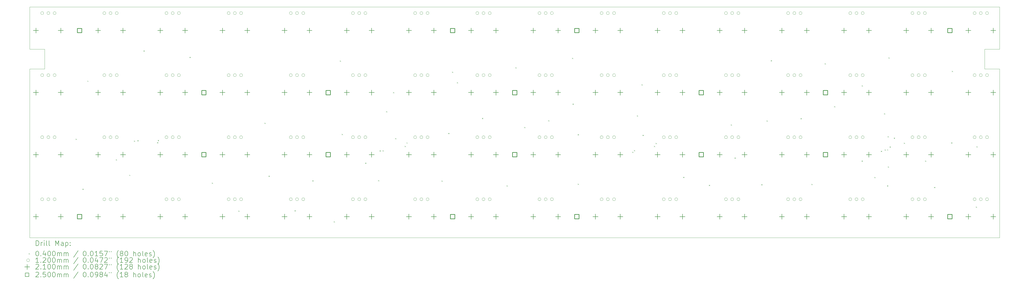
<source format=gbr>
%TF.GenerationSoftware,KiCad,Pcbnew,9.0.6*%
%TF.CreationDate,2025-12-16T13:31:56+01:00*%
%TF.ProjectId,Pots,506f7473-2e6b-4696-9361-645f70636258,rev?*%
%TF.SameCoordinates,Original*%
%TF.FileFunction,Drillmap*%
%TF.FilePolarity,Positive*%
%FSLAX45Y45*%
G04 Gerber Fmt 4.5, Leading zero omitted, Abs format (unit mm)*
G04 Created by KiCad (PCBNEW 9.0.6) date 2025-12-16 13:31:56*
%MOMM*%
%LPD*%
G01*
G04 APERTURE LIST*
%ADD10C,0.100000*%
%ADD11C,0.200000*%
%ADD12C,0.120000*%
%ADD13C,0.210000*%
%ADD14C,0.250000*%
G04 APERTURE END LIST*
D10*
X53650500Y-17950000D02*
X53650000Y-24750000D01*
X14650000Y-17150000D02*
X14650000Y-15450000D01*
X15250000Y-17150000D02*
X14650000Y-17150000D01*
X53650000Y-17150000D02*
X53050500Y-17150000D01*
X14650000Y-24750000D02*
X14650000Y-17950000D01*
X14650000Y-17950000D02*
X15250000Y-17950000D01*
X53650000Y-24750000D02*
X14650000Y-24750000D01*
X15250000Y-17950000D02*
X15250000Y-17150000D01*
X53050500Y-17150000D02*
X53050500Y-17950000D01*
X53650000Y-15450000D02*
X53650000Y-17150000D01*
X53050500Y-17950000D02*
X53650000Y-17950000D01*
X14650000Y-15450000D02*
X53650000Y-15450000D01*
D11*
D10*
X16495500Y-20759000D02*
X16535500Y-20799000D01*
X16535500Y-20759000D02*
X16495500Y-20799000D01*
X16770500Y-22779000D02*
X16810500Y-22819000D01*
X16810500Y-22779000D02*
X16770500Y-22819000D01*
X16965500Y-18419000D02*
X17005500Y-18459000D01*
X17005500Y-18419000D02*
X16965500Y-18459000D01*
X18110500Y-21589000D02*
X18150500Y-21629000D01*
X18150500Y-21589000D02*
X18110500Y-21629000D01*
X18650500Y-22214000D02*
X18690500Y-22254000D01*
X18690500Y-22214000D02*
X18650500Y-22254000D01*
X18840500Y-20839000D02*
X18880500Y-20879000D01*
X18880500Y-20839000D02*
X18840500Y-20879000D01*
X18980500Y-20819000D02*
X19020500Y-20859000D01*
X19020500Y-20819000D02*
X18980500Y-20859000D01*
X19225500Y-17204000D02*
X19265500Y-17244000D01*
X19265500Y-17204000D02*
X19225500Y-17244000D01*
X19769648Y-20901416D02*
X19809648Y-20941416D01*
X19809648Y-20901416D02*
X19769648Y-20941416D01*
X19800500Y-20814000D02*
X19840500Y-20854000D01*
X19840500Y-20814000D02*
X19800500Y-20854000D01*
X21075500Y-17464000D02*
X21115500Y-17504000D01*
X21115500Y-17464000D02*
X21075500Y-17504000D01*
X21975500Y-22529000D02*
X22015500Y-22569000D01*
X22015500Y-22529000D02*
X21975500Y-22569000D01*
X23040500Y-23654000D02*
X23080500Y-23694000D01*
X23080500Y-23654000D02*
X23040500Y-23694000D01*
X24090500Y-20119000D02*
X24130500Y-20159000D01*
X24130500Y-20119000D02*
X24090500Y-20159000D01*
X24255500Y-22254000D02*
X24295500Y-22294000D01*
X24295500Y-22254000D02*
X24255500Y-22294000D01*
X25300500Y-23644000D02*
X25340500Y-23684000D01*
X25340500Y-23644000D02*
X25300500Y-23684000D01*
X26015500Y-22439000D02*
X26055500Y-22479000D01*
X26055500Y-22439000D02*
X26015500Y-22479000D01*
X26875500Y-24089000D02*
X26915500Y-24129000D01*
X26915500Y-24089000D02*
X26875500Y-24129000D01*
X27120500Y-17609000D02*
X27160500Y-17649000D01*
X27160500Y-17609000D02*
X27120500Y-17649000D01*
X27195500Y-20569000D02*
X27235500Y-20609000D01*
X27235500Y-20569000D02*
X27195500Y-20609000D01*
X28140500Y-21729000D02*
X28180500Y-21769000D01*
X28180500Y-21729000D02*
X28140500Y-21769000D01*
X28660500Y-22429000D02*
X28700500Y-22469000D01*
X28700500Y-22429000D02*
X28660500Y-22469000D01*
X28723300Y-21231800D02*
X28763300Y-21271800D01*
X28763300Y-21231800D02*
X28723300Y-21271800D01*
X28840500Y-21229000D02*
X28880500Y-21269000D01*
X28880500Y-21229000D02*
X28840500Y-21269000D01*
X28980500Y-19654000D02*
X29020500Y-19694000D01*
X29020500Y-19654000D02*
X28980500Y-19694000D01*
X29260500Y-18879000D02*
X29300500Y-18919000D01*
X29300500Y-18879000D02*
X29260500Y-18919000D01*
X29350500Y-20734000D02*
X29390500Y-20774000D01*
X29390500Y-20734000D02*
X29350500Y-20774000D01*
X29730500Y-21051700D02*
X29770500Y-21091700D01*
X29770500Y-21051700D02*
X29730500Y-21091700D01*
X29800500Y-20909000D02*
X29840500Y-20949000D01*
X29840500Y-20909000D02*
X29800500Y-20949000D01*
X31210500Y-22449000D02*
X31250500Y-22489000D01*
X31250500Y-22449000D02*
X31210500Y-22489000D01*
X31480500Y-20529000D02*
X31520500Y-20569000D01*
X31520500Y-20529000D02*
X31480500Y-20569000D01*
X31635500Y-18059000D02*
X31675500Y-18099000D01*
X31675500Y-18059000D02*
X31635500Y-18099000D01*
X31830500Y-18484000D02*
X31870500Y-18524000D01*
X31870500Y-18484000D02*
X31830500Y-18524000D01*
X32840500Y-19924000D02*
X32880500Y-19964000D01*
X32880500Y-19924000D02*
X32840500Y-19964000D01*
X33825500Y-22639000D02*
X33865500Y-22679000D01*
X33865500Y-22639000D02*
X33825500Y-22679000D01*
X34180500Y-17884000D02*
X34220500Y-17924000D01*
X34220500Y-17884000D02*
X34180500Y-17924000D01*
X34540500Y-20284000D02*
X34580500Y-20324000D01*
X34580500Y-20284000D02*
X34540500Y-20324000D01*
X35500500Y-20014000D02*
X35540500Y-20054000D01*
X35540500Y-20014000D02*
X35500500Y-20054000D01*
X36460500Y-17499000D02*
X36500500Y-17539000D01*
X36500500Y-17499000D02*
X36460500Y-17539000D01*
X36480500Y-19349000D02*
X36520500Y-19389000D01*
X36520500Y-19349000D02*
X36480500Y-19389000D01*
X36685500Y-22574000D02*
X36725500Y-22614000D01*
X36725500Y-22574000D02*
X36685500Y-22614000D01*
X36690500Y-20579000D02*
X36730500Y-20619000D01*
X36730500Y-20579000D02*
X36690500Y-20619000D01*
X38880500Y-21289000D02*
X38920500Y-21329000D01*
X38920500Y-21289000D02*
X38880500Y-21329000D01*
X38950500Y-21219000D02*
X38990500Y-21259000D01*
X38990500Y-21219000D02*
X38950500Y-21259000D01*
X39065500Y-19824000D02*
X39105500Y-19864000D01*
X39105500Y-19824000D02*
X39065500Y-19864000D01*
X39255500Y-18569000D02*
X39295500Y-18609000D01*
X39295500Y-18569000D02*
X39255500Y-18609000D01*
X39295500Y-20604000D02*
X39335500Y-20644000D01*
X39335500Y-20604000D02*
X39295500Y-20644000D01*
X39750500Y-21051700D02*
X39790500Y-21091700D01*
X39790500Y-21051700D02*
X39750500Y-21091700D01*
X39820500Y-20929000D02*
X39860500Y-20969000D01*
X39860500Y-20929000D02*
X39820500Y-20969000D01*
X40930500Y-22299000D02*
X40970500Y-22339000D01*
X40970500Y-22299000D02*
X40930500Y-22339000D01*
X41965500Y-22619000D02*
X42005500Y-22659000D01*
X42005500Y-22619000D02*
X41965500Y-22659000D01*
X42845500Y-20184000D02*
X42885500Y-20224000D01*
X42885500Y-20184000D02*
X42845500Y-20224000D01*
X42995500Y-21519000D02*
X43035500Y-21559000D01*
X43035500Y-21519000D02*
X42995500Y-21559000D01*
X44070500Y-22594000D02*
X44110500Y-22634000D01*
X44110500Y-22594000D02*
X44070500Y-22634000D01*
X44280500Y-20024000D02*
X44320500Y-20064000D01*
X44320500Y-20024000D02*
X44280500Y-20064000D01*
X44450500Y-17599000D02*
X44490500Y-17639000D01*
X44490500Y-17599000D02*
X44450500Y-17639000D01*
X45650500Y-19934000D02*
X45690500Y-19974000D01*
X45690500Y-19934000D02*
X45650500Y-19974000D01*
X46085500Y-22579000D02*
X46125500Y-22619000D01*
X46125500Y-22579000D02*
X46085500Y-22619000D01*
X46620500Y-17719000D02*
X46660500Y-17759000D01*
X46660500Y-17719000D02*
X46620500Y-17759000D01*
X47000500Y-19449000D02*
X47040500Y-19489000D01*
X47040500Y-19449000D02*
X47000500Y-19489000D01*
X48105500Y-21644000D02*
X48145500Y-21684000D01*
X48145500Y-21644000D02*
X48105500Y-21684000D01*
X48110500Y-18609000D02*
X48150500Y-18649000D01*
X48150500Y-18609000D02*
X48110500Y-18649000D01*
X48615500Y-22304000D02*
X48655500Y-22344000D01*
X48655500Y-22304000D02*
X48615500Y-22344000D01*
X48880500Y-21249000D02*
X48920500Y-21289000D01*
X48920500Y-21249000D02*
X48880500Y-21289000D01*
X49005500Y-19734000D02*
X49045500Y-19774000D01*
X49045500Y-19734000D02*
X49005500Y-19774000D01*
X49031843Y-21190343D02*
X49071843Y-21230343D01*
X49071843Y-21190343D02*
X49031843Y-21230343D01*
X49130500Y-21189000D02*
X49170500Y-21229000D01*
X49170500Y-21189000D02*
X49130500Y-21229000D01*
X49130500Y-22639000D02*
X49170500Y-22679000D01*
X49170500Y-22639000D02*
X49130500Y-22679000D01*
X49150500Y-20659000D02*
X49190500Y-20699000D01*
X49190500Y-20659000D02*
X49150500Y-20699000D01*
X49160500Y-21879000D02*
X49200500Y-21919000D01*
X49200500Y-21879000D02*
X49160500Y-21919000D01*
X49185500Y-17484000D02*
X49225500Y-17524000D01*
X49225500Y-17484000D02*
X49185500Y-17524000D01*
X49230500Y-21076200D02*
X49270500Y-21116200D01*
X49270500Y-21076200D02*
X49230500Y-21116200D01*
X49400500Y-20719000D02*
X49440500Y-20759000D01*
X49440500Y-20719000D02*
X49400500Y-20759000D01*
X49800500Y-20919000D02*
X49840500Y-20959000D01*
X49840500Y-20919000D02*
X49800500Y-20959000D01*
X50655500Y-21644000D02*
X50695500Y-21684000D01*
X50695500Y-21644000D02*
X50655500Y-21684000D01*
X51020500Y-22704000D02*
X51060500Y-22744000D01*
X51060500Y-22704000D02*
X51020500Y-22744000D01*
X51710500Y-20909000D02*
X51750500Y-20949000D01*
X51750500Y-20909000D02*
X51710500Y-20949000D01*
X51730500Y-18024000D02*
X51770500Y-18064000D01*
X51770500Y-18024000D02*
X51730500Y-18064000D01*
X52700500Y-23494000D02*
X52740500Y-23534000D01*
X52740500Y-23494000D02*
X52700500Y-23534000D01*
X52725500Y-21069000D02*
X52765500Y-21109000D01*
X52765500Y-21069000D02*
X52725500Y-21109000D01*
D12*
X15210000Y-15700000D02*
G75*
G02*
X15090000Y-15700000I-60000J0D01*
G01*
X15090000Y-15700000D02*
G75*
G02*
X15210000Y-15700000I60000J0D01*
G01*
X15210000Y-18200000D02*
G75*
G02*
X15090000Y-18200000I-60000J0D01*
G01*
X15090000Y-18200000D02*
G75*
G02*
X15210000Y-18200000I60000J0D01*
G01*
X15210000Y-20700000D02*
G75*
G02*
X15090000Y-20700000I-60000J0D01*
G01*
X15090000Y-20700000D02*
G75*
G02*
X15210000Y-20700000I60000J0D01*
G01*
X15210000Y-23200000D02*
G75*
G02*
X15090000Y-23200000I-60000J0D01*
G01*
X15090000Y-23200000D02*
G75*
G02*
X15210000Y-23200000I60000J0D01*
G01*
X15460000Y-15700000D02*
G75*
G02*
X15340000Y-15700000I-60000J0D01*
G01*
X15340000Y-15700000D02*
G75*
G02*
X15460000Y-15700000I60000J0D01*
G01*
X15460000Y-18200000D02*
G75*
G02*
X15340000Y-18200000I-60000J0D01*
G01*
X15340000Y-18200000D02*
G75*
G02*
X15460000Y-18200000I60000J0D01*
G01*
X15460000Y-20700000D02*
G75*
G02*
X15340000Y-20700000I-60000J0D01*
G01*
X15340000Y-20700000D02*
G75*
G02*
X15460000Y-20700000I60000J0D01*
G01*
X15460000Y-23200000D02*
G75*
G02*
X15340000Y-23200000I-60000J0D01*
G01*
X15340000Y-23200000D02*
G75*
G02*
X15460000Y-23200000I60000J0D01*
G01*
X15710000Y-15700000D02*
G75*
G02*
X15590000Y-15700000I-60000J0D01*
G01*
X15590000Y-15700000D02*
G75*
G02*
X15710000Y-15700000I60000J0D01*
G01*
X15710000Y-18200000D02*
G75*
G02*
X15590000Y-18200000I-60000J0D01*
G01*
X15590000Y-18200000D02*
G75*
G02*
X15710000Y-18200000I60000J0D01*
G01*
X15710000Y-20700000D02*
G75*
G02*
X15590000Y-20700000I-60000J0D01*
G01*
X15590000Y-20700000D02*
G75*
G02*
X15710000Y-20700000I60000J0D01*
G01*
X15710000Y-23200000D02*
G75*
G02*
X15590000Y-23200000I-60000J0D01*
G01*
X15590000Y-23200000D02*
G75*
G02*
X15710000Y-23200000I60000J0D01*
G01*
X17710000Y-15700000D02*
G75*
G02*
X17590000Y-15700000I-60000J0D01*
G01*
X17590000Y-15700000D02*
G75*
G02*
X17710000Y-15700000I60000J0D01*
G01*
X17710000Y-18200000D02*
G75*
G02*
X17590000Y-18200000I-60000J0D01*
G01*
X17590000Y-18200000D02*
G75*
G02*
X17710000Y-18200000I60000J0D01*
G01*
X17710000Y-20700000D02*
G75*
G02*
X17590000Y-20700000I-60000J0D01*
G01*
X17590000Y-20700000D02*
G75*
G02*
X17710000Y-20700000I60000J0D01*
G01*
X17710000Y-23200000D02*
G75*
G02*
X17590000Y-23200000I-60000J0D01*
G01*
X17590000Y-23200000D02*
G75*
G02*
X17710000Y-23200000I60000J0D01*
G01*
X17960000Y-15700000D02*
G75*
G02*
X17840000Y-15700000I-60000J0D01*
G01*
X17840000Y-15700000D02*
G75*
G02*
X17960000Y-15700000I60000J0D01*
G01*
X17960000Y-18200000D02*
G75*
G02*
X17840000Y-18200000I-60000J0D01*
G01*
X17840000Y-18200000D02*
G75*
G02*
X17960000Y-18200000I60000J0D01*
G01*
X17960000Y-20700000D02*
G75*
G02*
X17840000Y-20700000I-60000J0D01*
G01*
X17840000Y-20700000D02*
G75*
G02*
X17960000Y-20700000I60000J0D01*
G01*
X17960000Y-23200000D02*
G75*
G02*
X17840000Y-23200000I-60000J0D01*
G01*
X17840000Y-23200000D02*
G75*
G02*
X17960000Y-23200000I60000J0D01*
G01*
X18210000Y-15700000D02*
G75*
G02*
X18090000Y-15700000I-60000J0D01*
G01*
X18090000Y-15700000D02*
G75*
G02*
X18210000Y-15700000I60000J0D01*
G01*
X18210000Y-18200000D02*
G75*
G02*
X18090000Y-18200000I-60000J0D01*
G01*
X18090000Y-18200000D02*
G75*
G02*
X18210000Y-18200000I60000J0D01*
G01*
X18210000Y-20700000D02*
G75*
G02*
X18090000Y-20700000I-60000J0D01*
G01*
X18090000Y-20700000D02*
G75*
G02*
X18210000Y-20700000I60000J0D01*
G01*
X18210000Y-23200000D02*
G75*
G02*
X18090000Y-23200000I-60000J0D01*
G01*
X18090000Y-23200000D02*
G75*
G02*
X18210000Y-23200000I60000J0D01*
G01*
X20210000Y-15700000D02*
G75*
G02*
X20090000Y-15700000I-60000J0D01*
G01*
X20090000Y-15700000D02*
G75*
G02*
X20210000Y-15700000I60000J0D01*
G01*
X20210000Y-18200000D02*
G75*
G02*
X20090000Y-18200000I-60000J0D01*
G01*
X20090000Y-18200000D02*
G75*
G02*
X20210000Y-18200000I60000J0D01*
G01*
X20210000Y-20700000D02*
G75*
G02*
X20090000Y-20700000I-60000J0D01*
G01*
X20090000Y-20700000D02*
G75*
G02*
X20210000Y-20700000I60000J0D01*
G01*
X20210000Y-23200000D02*
G75*
G02*
X20090000Y-23200000I-60000J0D01*
G01*
X20090000Y-23200000D02*
G75*
G02*
X20210000Y-23200000I60000J0D01*
G01*
X20460000Y-15700000D02*
G75*
G02*
X20340000Y-15700000I-60000J0D01*
G01*
X20340000Y-15700000D02*
G75*
G02*
X20460000Y-15700000I60000J0D01*
G01*
X20460000Y-18200000D02*
G75*
G02*
X20340000Y-18200000I-60000J0D01*
G01*
X20340000Y-18200000D02*
G75*
G02*
X20460000Y-18200000I60000J0D01*
G01*
X20460000Y-20700000D02*
G75*
G02*
X20340000Y-20700000I-60000J0D01*
G01*
X20340000Y-20700000D02*
G75*
G02*
X20460000Y-20700000I60000J0D01*
G01*
X20460000Y-23200000D02*
G75*
G02*
X20340000Y-23200000I-60000J0D01*
G01*
X20340000Y-23200000D02*
G75*
G02*
X20460000Y-23200000I60000J0D01*
G01*
X20710000Y-15700000D02*
G75*
G02*
X20590000Y-15700000I-60000J0D01*
G01*
X20590000Y-15700000D02*
G75*
G02*
X20710000Y-15700000I60000J0D01*
G01*
X20710000Y-18200000D02*
G75*
G02*
X20590000Y-18200000I-60000J0D01*
G01*
X20590000Y-18200000D02*
G75*
G02*
X20710000Y-18200000I60000J0D01*
G01*
X20710000Y-20700000D02*
G75*
G02*
X20590000Y-20700000I-60000J0D01*
G01*
X20590000Y-20700000D02*
G75*
G02*
X20710000Y-20700000I60000J0D01*
G01*
X20710000Y-23200000D02*
G75*
G02*
X20590000Y-23200000I-60000J0D01*
G01*
X20590000Y-23200000D02*
G75*
G02*
X20710000Y-23200000I60000J0D01*
G01*
X22710000Y-15700000D02*
G75*
G02*
X22590000Y-15700000I-60000J0D01*
G01*
X22590000Y-15700000D02*
G75*
G02*
X22710000Y-15700000I60000J0D01*
G01*
X22710000Y-18200000D02*
G75*
G02*
X22590000Y-18200000I-60000J0D01*
G01*
X22590000Y-18200000D02*
G75*
G02*
X22710000Y-18200000I60000J0D01*
G01*
X22710000Y-20700000D02*
G75*
G02*
X22590000Y-20700000I-60000J0D01*
G01*
X22590000Y-20700000D02*
G75*
G02*
X22710000Y-20700000I60000J0D01*
G01*
X22710000Y-23200000D02*
G75*
G02*
X22590000Y-23200000I-60000J0D01*
G01*
X22590000Y-23200000D02*
G75*
G02*
X22710000Y-23200000I60000J0D01*
G01*
X22960000Y-15700000D02*
G75*
G02*
X22840000Y-15700000I-60000J0D01*
G01*
X22840000Y-15700000D02*
G75*
G02*
X22960000Y-15700000I60000J0D01*
G01*
X22960000Y-18200000D02*
G75*
G02*
X22840000Y-18200000I-60000J0D01*
G01*
X22840000Y-18200000D02*
G75*
G02*
X22960000Y-18200000I60000J0D01*
G01*
X22960000Y-20700000D02*
G75*
G02*
X22840000Y-20700000I-60000J0D01*
G01*
X22840000Y-20700000D02*
G75*
G02*
X22960000Y-20700000I60000J0D01*
G01*
X22960000Y-23200000D02*
G75*
G02*
X22840000Y-23200000I-60000J0D01*
G01*
X22840000Y-23200000D02*
G75*
G02*
X22960000Y-23200000I60000J0D01*
G01*
X23210000Y-15700000D02*
G75*
G02*
X23090000Y-15700000I-60000J0D01*
G01*
X23090000Y-15700000D02*
G75*
G02*
X23210000Y-15700000I60000J0D01*
G01*
X23210000Y-18200000D02*
G75*
G02*
X23090000Y-18200000I-60000J0D01*
G01*
X23090000Y-18200000D02*
G75*
G02*
X23210000Y-18200000I60000J0D01*
G01*
X23210000Y-20700000D02*
G75*
G02*
X23090000Y-20700000I-60000J0D01*
G01*
X23090000Y-20700000D02*
G75*
G02*
X23210000Y-20700000I60000J0D01*
G01*
X23210000Y-23200000D02*
G75*
G02*
X23090000Y-23200000I-60000J0D01*
G01*
X23090000Y-23200000D02*
G75*
G02*
X23210000Y-23200000I60000J0D01*
G01*
X25210000Y-15700000D02*
G75*
G02*
X25090000Y-15700000I-60000J0D01*
G01*
X25090000Y-15700000D02*
G75*
G02*
X25210000Y-15700000I60000J0D01*
G01*
X25210000Y-18200000D02*
G75*
G02*
X25090000Y-18200000I-60000J0D01*
G01*
X25090000Y-18200000D02*
G75*
G02*
X25210000Y-18200000I60000J0D01*
G01*
X25210000Y-20700000D02*
G75*
G02*
X25090000Y-20700000I-60000J0D01*
G01*
X25090000Y-20700000D02*
G75*
G02*
X25210000Y-20700000I60000J0D01*
G01*
X25210000Y-23200000D02*
G75*
G02*
X25090000Y-23200000I-60000J0D01*
G01*
X25090000Y-23200000D02*
G75*
G02*
X25210000Y-23200000I60000J0D01*
G01*
X25460000Y-15700000D02*
G75*
G02*
X25340000Y-15700000I-60000J0D01*
G01*
X25340000Y-15700000D02*
G75*
G02*
X25460000Y-15700000I60000J0D01*
G01*
X25460000Y-18200000D02*
G75*
G02*
X25340000Y-18200000I-60000J0D01*
G01*
X25340000Y-18200000D02*
G75*
G02*
X25460000Y-18200000I60000J0D01*
G01*
X25460000Y-20700000D02*
G75*
G02*
X25340000Y-20700000I-60000J0D01*
G01*
X25340000Y-20700000D02*
G75*
G02*
X25460000Y-20700000I60000J0D01*
G01*
X25460000Y-23200000D02*
G75*
G02*
X25340000Y-23200000I-60000J0D01*
G01*
X25340000Y-23200000D02*
G75*
G02*
X25460000Y-23200000I60000J0D01*
G01*
X25710000Y-15700000D02*
G75*
G02*
X25590000Y-15700000I-60000J0D01*
G01*
X25590000Y-15700000D02*
G75*
G02*
X25710000Y-15700000I60000J0D01*
G01*
X25710000Y-18200000D02*
G75*
G02*
X25590000Y-18200000I-60000J0D01*
G01*
X25590000Y-18200000D02*
G75*
G02*
X25710000Y-18200000I60000J0D01*
G01*
X25710000Y-20700000D02*
G75*
G02*
X25590000Y-20700000I-60000J0D01*
G01*
X25590000Y-20700000D02*
G75*
G02*
X25710000Y-20700000I60000J0D01*
G01*
X25710000Y-23200000D02*
G75*
G02*
X25590000Y-23200000I-60000J0D01*
G01*
X25590000Y-23200000D02*
G75*
G02*
X25710000Y-23200000I60000J0D01*
G01*
X27710000Y-15700000D02*
G75*
G02*
X27590000Y-15700000I-60000J0D01*
G01*
X27590000Y-15700000D02*
G75*
G02*
X27710000Y-15700000I60000J0D01*
G01*
X27710000Y-18200000D02*
G75*
G02*
X27590000Y-18200000I-60000J0D01*
G01*
X27590000Y-18200000D02*
G75*
G02*
X27710000Y-18200000I60000J0D01*
G01*
X27710000Y-20700000D02*
G75*
G02*
X27590000Y-20700000I-60000J0D01*
G01*
X27590000Y-20700000D02*
G75*
G02*
X27710000Y-20700000I60000J0D01*
G01*
X27710000Y-23200000D02*
G75*
G02*
X27590000Y-23200000I-60000J0D01*
G01*
X27590000Y-23200000D02*
G75*
G02*
X27710000Y-23200000I60000J0D01*
G01*
X27960000Y-15700000D02*
G75*
G02*
X27840000Y-15700000I-60000J0D01*
G01*
X27840000Y-15700000D02*
G75*
G02*
X27960000Y-15700000I60000J0D01*
G01*
X27960000Y-18200000D02*
G75*
G02*
X27840000Y-18200000I-60000J0D01*
G01*
X27840000Y-18200000D02*
G75*
G02*
X27960000Y-18200000I60000J0D01*
G01*
X27960000Y-20700000D02*
G75*
G02*
X27840000Y-20700000I-60000J0D01*
G01*
X27840000Y-20700000D02*
G75*
G02*
X27960000Y-20700000I60000J0D01*
G01*
X27960000Y-23200000D02*
G75*
G02*
X27840000Y-23200000I-60000J0D01*
G01*
X27840000Y-23200000D02*
G75*
G02*
X27960000Y-23200000I60000J0D01*
G01*
X28210000Y-15700000D02*
G75*
G02*
X28090000Y-15700000I-60000J0D01*
G01*
X28090000Y-15700000D02*
G75*
G02*
X28210000Y-15700000I60000J0D01*
G01*
X28210000Y-18200000D02*
G75*
G02*
X28090000Y-18200000I-60000J0D01*
G01*
X28090000Y-18200000D02*
G75*
G02*
X28210000Y-18200000I60000J0D01*
G01*
X28210000Y-20700000D02*
G75*
G02*
X28090000Y-20700000I-60000J0D01*
G01*
X28090000Y-20700000D02*
G75*
G02*
X28210000Y-20700000I60000J0D01*
G01*
X28210000Y-23200000D02*
G75*
G02*
X28090000Y-23200000I-60000J0D01*
G01*
X28090000Y-23200000D02*
G75*
G02*
X28210000Y-23200000I60000J0D01*
G01*
X30210000Y-15700000D02*
G75*
G02*
X30090000Y-15700000I-60000J0D01*
G01*
X30090000Y-15700000D02*
G75*
G02*
X30210000Y-15700000I60000J0D01*
G01*
X30210000Y-18200000D02*
G75*
G02*
X30090000Y-18200000I-60000J0D01*
G01*
X30090000Y-18200000D02*
G75*
G02*
X30210000Y-18200000I60000J0D01*
G01*
X30210000Y-20700000D02*
G75*
G02*
X30090000Y-20700000I-60000J0D01*
G01*
X30090000Y-20700000D02*
G75*
G02*
X30210000Y-20700000I60000J0D01*
G01*
X30210000Y-23200000D02*
G75*
G02*
X30090000Y-23200000I-60000J0D01*
G01*
X30090000Y-23200000D02*
G75*
G02*
X30210000Y-23200000I60000J0D01*
G01*
X30460000Y-15700000D02*
G75*
G02*
X30340000Y-15700000I-60000J0D01*
G01*
X30340000Y-15700000D02*
G75*
G02*
X30460000Y-15700000I60000J0D01*
G01*
X30460000Y-18200000D02*
G75*
G02*
X30340000Y-18200000I-60000J0D01*
G01*
X30340000Y-18200000D02*
G75*
G02*
X30460000Y-18200000I60000J0D01*
G01*
X30460000Y-20700000D02*
G75*
G02*
X30340000Y-20700000I-60000J0D01*
G01*
X30340000Y-20700000D02*
G75*
G02*
X30460000Y-20700000I60000J0D01*
G01*
X30460000Y-23200000D02*
G75*
G02*
X30340000Y-23200000I-60000J0D01*
G01*
X30340000Y-23200000D02*
G75*
G02*
X30460000Y-23200000I60000J0D01*
G01*
X30710000Y-15700000D02*
G75*
G02*
X30590000Y-15700000I-60000J0D01*
G01*
X30590000Y-15700000D02*
G75*
G02*
X30710000Y-15700000I60000J0D01*
G01*
X30710000Y-18200000D02*
G75*
G02*
X30590000Y-18200000I-60000J0D01*
G01*
X30590000Y-18200000D02*
G75*
G02*
X30710000Y-18200000I60000J0D01*
G01*
X30710000Y-20700000D02*
G75*
G02*
X30590000Y-20700000I-60000J0D01*
G01*
X30590000Y-20700000D02*
G75*
G02*
X30710000Y-20700000I60000J0D01*
G01*
X30710000Y-23200000D02*
G75*
G02*
X30590000Y-23200000I-60000J0D01*
G01*
X30590000Y-23200000D02*
G75*
G02*
X30710000Y-23200000I60000J0D01*
G01*
X32710000Y-15700000D02*
G75*
G02*
X32590000Y-15700000I-60000J0D01*
G01*
X32590000Y-15700000D02*
G75*
G02*
X32710000Y-15700000I60000J0D01*
G01*
X32710000Y-18200000D02*
G75*
G02*
X32590000Y-18200000I-60000J0D01*
G01*
X32590000Y-18200000D02*
G75*
G02*
X32710000Y-18200000I60000J0D01*
G01*
X32710000Y-20700000D02*
G75*
G02*
X32590000Y-20700000I-60000J0D01*
G01*
X32590000Y-20700000D02*
G75*
G02*
X32710000Y-20700000I60000J0D01*
G01*
X32710000Y-23200000D02*
G75*
G02*
X32590000Y-23200000I-60000J0D01*
G01*
X32590000Y-23200000D02*
G75*
G02*
X32710000Y-23200000I60000J0D01*
G01*
X32960000Y-15700000D02*
G75*
G02*
X32840000Y-15700000I-60000J0D01*
G01*
X32840000Y-15700000D02*
G75*
G02*
X32960000Y-15700000I60000J0D01*
G01*
X32960000Y-18200000D02*
G75*
G02*
X32840000Y-18200000I-60000J0D01*
G01*
X32840000Y-18200000D02*
G75*
G02*
X32960000Y-18200000I60000J0D01*
G01*
X32960000Y-20700000D02*
G75*
G02*
X32840000Y-20700000I-60000J0D01*
G01*
X32840000Y-20700000D02*
G75*
G02*
X32960000Y-20700000I60000J0D01*
G01*
X32960000Y-23200000D02*
G75*
G02*
X32840000Y-23200000I-60000J0D01*
G01*
X32840000Y-23200000D02*
G75*
G02*
X32960000Y-23200000I60000J0D01*
G01*
X33210000Y-15700000D02*
G75*
G02*
X33090000Y-15700000I-60000J0D01*
G01*
X33090000Y-15700000D02*
G75*
G02*
X33210000Y-15700000I60000J0D01*
G01*
X33210000Y-18200000D02*
G75*
G02*
X33090000Y-18200000I-60000J0D01*
G01*
X33090000Y-18200000D02*
G75*
G02*
X33210000Y-18200000I60000J0D01*
G01*
X33210000Y-20700000D02*
G75*
G02*
X33090000Y-20700000I-60000J0D01*
G01*
X33090000Y-20700000D02*
G75*
G02*
X33210000Y-20700000I60000J0D01*
G01*
X33210000Y-23200000D02*
G75*
G02*
X33090000Y-23200000I-60000J0D01*
G01*
X33090000Y-23200000D02*
G75*
G02*
X33210000Y-23200000I60000J0D01*
G01*
X35210000Y-15700000D02*
G75*
G02*
X35090000Y-15700000I-60000J0D01*
G01*
X35090000Y-15700000D02*
G75*
G02*
X35210000Y-15700000I60000J0D01*
G01*
X35210000Y-18200000D02*
G75*
G02*
X35090000Y-18200000I-60000J0D01*
G01*
X35090000Y-18200000D02*
G75*
G02*
X35210000Y-18200000I60000J0D01*
G01*
X35210000Y-20700000D02*
G75*
G02*
X35090000Y-20700000I-60000J0D01*
G01*
X35090000Y-20700000D02*
G75*
G02*
X35210000Y-20700000I60000J0D01*
G01*
X35210000Y-23200000D02*
G75*
G02*
X35090000Y-23200000I-60000J0D01*
G01*
X35090000Y-23200000D02*
G75*
G02*
X35210000Y-23200000I60000J0D01*
G01*
X35460000Y-15700000D02*
G75*
G02*
X35340000Y-15700000I-60000J0D01*
G01*
X35340000Y-15700000D02*
G75*
G02*
X35460000Y-15700000I60000J0D01*
G01*
X35460000Y-18200000D02*
G75*
G02*
X35340000Y-18200000I-60000J0D01*
G01*
X35340000Y-18200000D02*
G75*
G02*
X35460000Y-18200000I60000J0D01*
G01*
X35460000Y-20700000D02*
G75*
G02*
X35340000Y-20700000I-60000J0D01*
G01*
X35340000Y-20700000D02*
G75*
G02*
X35460000Y-20700000I60000J0D01*
G01*
X35460000Y-23200000D02*
G75*
G02*
X35340000Y-23200000I-60000J0D01*
G01*
X35340000Y-23200000D02*
G75*
G02*
X35460000Y-23200000I60000J0D01*
G01*
X35710000Y-15700000D02*
G75*
G02*
X35590000Y-15700000I-60000J0D01*
G01*
X35590000Y-15700000D02*
G75*
G02*
X35710000Y-15700000I60000J0D01*
G01*
X35710000Y-18200000D02*
G75*
G02*
X35590000Y-18200000I-60000J0D01*
G01*
X35590000Y-18200000D02*
G75*
G02*
X35710000Y-18200000I60000J0D01*
G01*
X35710000Y-20700000D02*
G75*
G02*
X35590000Y-20700000I-60000J0D01*
G01*
X35590000Y-20700000D02*
G75*
G02*
X35710000Y-20700000I60000J0D01*
G01*
X35710000Y-23200000D02*
G75*
G02*
X35590000Y-23200000I-60000J0D01*
G01*
X35590000Y-23200000D02*
G75*
G02*
X35710000Y-23200000I60000J0D01*
G01*
X37710000Y-15700000D02*
G75*
G02*
X37590000Y-15700000I-60000J0D01*
G01*
X37590000Y-15700000D02*
G75*
G02*
X37710000Y-15700000I60000J0D01*
G01*
X37710000Y-18200000D02*
G75*
G02*
X37590000Y-18200000I-60000J0D01*
G01*
X37590000Y-18200000D02*
G75*
G02*
X37710000Y-18200000I60000J0D01*
G01*
X37710000Y-20700000D02*
G75*
G02*
X37590000Y-20700000I-60000J0D01*
G01*
X37590000Y-20700000D02*
G75*
G02*
X37710000Y-20700000I60000J0D01*
G01*
X37710000Y-23200000D02*
G75*
G02*
X37590000Y-23200000I-60000J0D01*
G01*
X37590000Y-23200000D02*
G75*
G02*
X37710000Y-23200000I60000J0D01*
G01*
X37960000Y-15700000D02*
G75*
G02*
X37840000Y-15700000I-60000J0D01*
G01*
X37840000Y-15700000D02*
G75*
G02*
X37960000Y-15700000I60000J0D01*
G01*
X37960000Y-18200000D02*
G75*
G02*
X37840000Y-18200000I-60000J0D01*
G01*
X37840000Y-18200000D02*
G75*
G02*
X37960000Y-18200000I60000J0D01*
G01*
X37960000Y-20700000D02*
G75*
G02*
X37840000Y-20700000I-60000J0D01*
G01*
X37840000Y-20700000D02*
G75*
G02*
X37960000Y-20700000I60000J0D01*
G01*
X37960000Y-23200000D02*
G75*
G02*
X37840000Y-23200000I-60000J0D01*
G01*
X37840000Y-23200000D02*
G75*
G02*
X37960000Y-23200000I60000J0D01*
G01*
X38210000Y-15700000D02*
G75*
G02*
X38090000Y-15700000I-60000J0D01*
G01*
X38090000Y-15700000D02*
G75*
G02*
X38210000Y-15700000I60000J0D01*
G01*
X38210000Y-18200000D02*
G75*
G02*
X38090000Y-18200000I-60000J0D01*
G01*
X38090000Y-18200000D02*
G75*
G02*
X38210000Y-18200000I60000J0D01*
G01*
X38210000Y-20700000D02*
G75*
G02*
X38090000Y-20700000I-60000J0D01*
G01*
X38090000Y-20700000D02*
G75*
G02*
X38210000Y-20700000I60000J0D01*
G01*
X38210000Y-23200000D02*
G75*
G02*
X38090000Y-23200000I-60000J0D01*
G01*
X38090000Y-23200000D02*
G75*
G02*
X38210000Y-23200000I60000J0D01*
G01*
X40210000Y-15700000D02*
G75*
G02*
X40090000Y-15700000I-60000J0D01*
G01*
X40090000Y-15700000D02*
G75*
G02*
X40210000Y-15700000I60000J0D01*
G01*
X40210000Y-18200000D02*
G75*
G02*
X40090000Y-18200000I-60000J0D01*
G01*
X40090000Y-18200000D02*
G75*
G02*
X40210000Y-18200000I60000J0D01*
G01*
X40210000Y-20700000D02*
G75*
G02*
X40090000Y-20700000I-60000J0D01*
G01*
X40090000Y-20700000D02*
G75*
G02*
X40210000Y-20700000I60000J0D01*
G01*
X40210000Y-23200000D02*
G75*
G02*
X40090000Y-23200000I-60000J0D01*
G01*
X40090000Y-23200000D02*
G75*
G02*
X40210000Y-23200000I60000J0D01*
G01*
X40460000Y-15700000D02*
G75*
G02*
X40340000Y-15700000I-60000J0D01*
G01*
X40340000Y-15700000D02*
G75*
G02*
X40460000Y-15700000I60000J0D01*
G01*
X40460000Y-18200000D02*
G75*
G02*
X40340000Y-18200000I-60000J0D01*
G01*
X40340000Y-18200000D02*
G75*
G02*
X40460000Y-18200000I60000J0D01*
G01*
X40460000Y-20700000D02*
G75*
G02*
X40340000Y-20700000I-60000J0D01*
G01*
X40340000Y-20700000D02*
G75*
G02*
X40460000Y-20700000I60000J0D01*
G01*
X40460000Y-23200000D02*
G75*
G02*
X40340000Y-23200000I-60000J0D01*
G01*
X40340000Y-23200000D02*
G75*
G02*
X40460000Y-23200000I60000J0D01*
G01*
X40710000Y-15700000D02*
G75*
G02*
X40590000Y-15700000I-60000J0D01*
G01*
X40590000Y-15700000D02*
G75*
G02*
X40710000Y-15700000I60000J0D01*
G01*
X40710000Y-18200000D02*
G75*
G02*
X40590000Y-18200000I-60000J0D01*
G01*
X40590000Y-18200000D02*
G75*
G02*
X40710000Y-18200000I60000J0D01*
G01*
X40710000Y-20700000D02*
G75*
G02*
X40590000Y-20700000I-60000J0D01*
G01*
X40590000Y-20700000D02*
G75*
G02*
X40710000Y-20700000I60000J0D01*
G01*
X40710000Y-23200000D02*
G75*
G02*
X40590000Y-23200000I-60000J0D01*
G01*
X40590000Y-23200000D02*
G75*
G02*
X40710000Y-23200000I60000J0D01*
G01*
X42710000Y-15700000D02*
G75*
G02*
X42590000Y-15700000I-60000J0D01*
G01*
X42590000Y-15700000D02*
G75*
G02*
X42710000Y-15700000I60000J0D01*
G01*
X42710000Y-18200000D02*
G75*
G02*
X42590000Y-18200000I-60000J0D01*
G01*
X42590000Y-18200000D02*
G75*
G02*
X42710000Y-18200000I60000J0D01*
G01*
X42710000Y-20700000D02*
G75*
G02*
X42590000Y-20700000I-60000J0D01*
G01*
X42590000Y-20700000D02*
G75*
G02*
X42710000Y-20700000I60000J0D01*
G01*
X42710000Y-23200000D02*
G75*
G02*
X42590000Y-23200000I-60000J0D01*
G01*
X42590000Y-23200000D02*
G75*
G02*
X42710000Y-23200000I60000J0D01*
G01*
X42960000Y-15700000D02*
G75*
G02*
X42840000Y-15700000I-60000J0D01*
G01*
X42840000Y-15700000D02*
G75*
G02*
X42960000Y-15700000I60000J0D01*
G01*
X42960000Y-18200000D02*
G75*
G02*
X42840000Y-18200000I-60000J0D01*
G01*
X42840000Y-18200000D02*
G75*
G02*
X42960000Y-18200000I60000J0D01*
G01*
X42960000Y-20700000D02*
G75*
G02*
X42840000Y-20700000I-60000J0D01*
G01*
X42840000Y-20700000D02*
G75*
G02*
X42960000Y-20700000I60000J0D01*
G01*
X42960000Y-23200000D02*
G75*
G02*
X42840000Y-23200000I-60000J0D01*
G01*
X42840000Y-23200000D02*
G75*
G02*
X42960000Y-23200000I60000J0D01*
G01*
X43210000Y-15700000D02*
G75*
G02*
X43090000Y-15700000I-60000J0D01*
G01*
X43090000Y-15700000D02*
G75*
G02*
X43210000Y-15700000I60000J0D01*
G01*
X43210000Y-18200000D02*
G75*
G02*
X43090000Y-18200000I-60000J0D01*
G01*
X43090000Y-18200000D02*
G75*
G02*
X43210000Y-18200000I60000J0D01*
G01*
X43210000Y-20700000D02*
G75*
G02*
X43090000Y-20700000I-60000J0D01*
G01*
X43090000Y-20700000D02*
G75*
G02*
X43210000Y-20700000I60000J0D01*
G01*
X43210000Y-23200000D02*
G75*
G02*
X43090000Y-23200000I-60000J0D01*
G01*
X43090000Y-23200000D02*
G75*
G02*
X43210000Y-23200000I60000J0D01*
G01*
X45210000Y-15700000D02*
G75*
G02*
X45090000Y-15700000I-60000J0D01*
G01*
X45090000Y-15700000D02*
G75*
G02*
X45210000Y-15700000I60000J0D01*
G01*
X45210000Y-18200000D02*
G75*
G02*
X45090000Y-18200000I-60000J0D01*
G01*
X45090000Y-18200000D02*
G75*
G02*
X45210000Y-18200000I60000J0D01*
G01*
X45210000Y-20700000D02*
G75*
G02*
X45090000Y-20700000I-60000J0D01*
G01*
X45090000Y-20700000D02*
G75*
G02*
X45210000Y-20700000I60000J0D01*
G01*
X45210000Y-23200000D02*
G75*
G02*
X45090000Y-23200000I-60000J0D01*
G01*
X45090000Y-23200000D02*
G75*
G02*
X45210000Y-23200000I60000J0D01*
G01*
X45460000Y-15700000D02*
G75*
G02*
X45340000Y-15700000I-60000J0D01*
G01*
X45340000Y-15700000D02*
G75*
G02*
X45460000Y-15700000I60000J0D01*
G01*
X45460000Y-18200000D02*
G75*
G02*
X45340000Y-18200000I-60000J0D01*
G01*
X45340000Y-18200000D02*
G75*
G02*
X45460000Y-18200000I60000J0D01*
G01*
X45460000Y-20700000D02*
G75*
G02*
X45340000Y-20700000I-60000J0D01*
G01*
X45340000Y-20700000D02*
G75*
G02*
X45460000Y-20700000I60000J0D01*
G01*
X45460000Y-23200000D02*
G75*
G02*
X45340000Y-23200000I-60000J0D01*
G01*
X45340000Y-23200000D02*
G75*
G02*
X45460000Y-23200000I60000J0D01*
G01*
X45710000Y-15700000D02*
G75*
G02*
X45590000Y-15700000I-60000J0D01*
G01*
X45590000Y-15700000D02*
G75*
G02*
X45710000Y-15700000I60000J0D01*
G01*
X45710000Y-18200000D02*
G75*
G02*
X45590000Y-18200000I-60000J0D01*
G01*
X45590000Y-18200000D02*
G75*
G02*
X45710000Y-18200000I60000J0D01*
G01*
X45710000Y-20700000D02*
G75*
G02*
X45590000Y-20700000I-60000J0D01*
G01*
X45590000Y-20700000D02*
G75*
G02*
X45710000Y-20700000I60000J0D01*
G01*
X45710000Y-23200000D02*
G75*
G02*
X45590000Y-23200000I-60000J0D01*
G01*
X45590000Y-23200000D02*
G75*
G02*
X45710000Y-23200000I60000J0D01*
G01*
X47710000Y-15700000D02*
G75*
G02*
X47590000Y-15700000I-60000J0D01*
G01*
X47590000Y-15700000D02*
G75*
G02*
X47710000Y-15700000I60000J0D01*
G01*
X47710000Y-18200000D02*
G75*
G02*
X47590000Y-18200000I-60000J0D01*
G01*
X47590000Y-18200000D02*
G75*
G02*
X47710000Y-18200000I60000J0D01*
G01*
X47710000Y-20700000D02*
G75*
G02*
X47590000Y-20700000I-60000J0D01*
G01*
X47590000Y-20700000D02*
G75*
G02*
X47710000Y-20700000I60000J0D01*
G01*
X47710000Y-23200000D02*
G75*
G02*
X47590000Y-23200000I-60000J0D01*
G01*
X47590000Y-23200000D02*
G75*
G02*
X47710000Y-23200000I60000J0D01*
G01*
X47960000Y-15700000D02*
G75*
G02*
X47840000Y-15700000I-60000J0D01*
G01*
X47840000Y-15700000D02*
G75*
G02*
X47960000Y-15700000I60000J0D01*
G01*
X47960000Y-18200000D02*
G75*
G02*
X47840000Y-18200000I-60000J0D01*
G01*
X47840000Y-18200000D02*
G75*
G02*
X47960000Y-18200000I60000J0D01*
G01*
X47960000Y-20700000D02*
G75*
G02*
X47840000Y-20700000I-60000J0D01*
G01*
X47840000Y-20700000D02*
G75*
G02*
X47960000Y-20700000I60000J0D01*
G01*
X47960000Y-23200000D02*
G75*
G02*
X47840000Y-23200000I-60000J0D01*
G01*
X47840000Y-23200000D02*
G75*
G02*
X47960000Y-23200000I60000J0D01*
G01*
X48210000Y-15700000D02*
G75*
G02*
X48090000Y-15700000I-60000J0D01*
G01*
X48090000Y-15700000D02*
G75*
G02*
X48210000Y-15700000I60000J0D01*
G01*
X48210000Y-18200000D02*
G75*
G02*
X48090000Y-18200000I-60000J0D01*
G01*
X48090000Y-18200000D02*
G75*
G02*
X48210000Y-18200000I60000J0D01*
G01*
X48210000Y-20700000D02*
G75*
G02*
X48090000Y-20700000I-60000J0D01*
G01*
X48090000Y-20700000D02*
G75*
G02*
X48210000Y-20700000I60000J0D01*
G01*
X48210000Y-23200000D02*
G75*
G02*
X48090000Y-23200000I-60000J0D01*
G01*
X48090000Y-23200000D02*
G75*
G02*
X48210000Y-23200000I60000J0D01*
G01*
X50210000Y-15700000D02*
G75*
G02*
X50090000Y-15700000I-60000J0D01*
G01*
X50090000Y-15700000D02*
G75*
G02*
X50210000Y-15700000I60000J0D01*
G01*
X50210000Y-18200000D02*
G75*
G02*
X50090000Y-18200000I-60000J0D01*
G01*
X50090000Y-18200000D02*
G75*
G02*
X50210000Y-18200000I60000J0D01*
G01*
X50210000Y-20700000D02*
G75*
G02*
X50090000Y-20700000I-60000J0D01*
G01*
X50090000Y-20700000D02*
G75*
G02*
X50210000Y-20700000I60000J0D01*
G01*
X50210000Y-23200000D02*
G75*
G02*
X50090000Y-23200000I-60000J0D01*
G01*
X50090000Y-23200000D02*
G75*
G02*
X50210000Y-23200000I60000J0D01*
G01*
X50460000Y-15700000D02*
G75*
G02*
X50340000Y-15700000I-60000J0D01*
G01*
X50340000Y-15700000D02*
G75*
G02*
X50460000Y-15700000I60000J0D01*
G01*
X50460000Y-18200000D02*
G75*
G02*
X50340000Y-18200000I-60000J0D01*
G01*
X50340000Y-18200000D02*
G75*
G02*
X50460000Y-18200000I60000J0D01*
G01*
X50460000Y-20700000D02*
G75*
G02*
X50340000Y-20700000I-60000J0D01*
G01*
X50340000Y-20700000D02*
G75*
G02*
X50460000Y-20700000I60000J0D01*
G01*
X50460000Y-23200000D02*
G75*
G02*
X50340000Y-23200000I-60000J0D01*
G01*
X50340000Y-23200000D02*
G75*
G02*
X50460000Y-23200000I60000J0D01*
G01*
X50710000Y-15700000D02*
G75*
G02*
X50590000Y-15700000I-60000J0D01*
G01*
X50590000Y-15700000D02*
G75*
G02*
X50710000Y-15700000I60000J0D01*
G01*
X50710000Y-18200000D02*
G75*
G02*
X50590000Y-18200000I-60000J0D01*
G01*
X50590000Y-18200000D02*
G75*
G02*
X50710000Y-18200000I60000J0D01*
G01*
X50710000Y-20700000D02*
G75*
G02*
X50590000Y-20700000I-60000J0D01*
G01*
X50590000Y-20700000D02*
G75*
G02*
X50710000Y-20700000I60000J0D01*
G01*
X50710000Y-23200000D02*
G75*
G02*
X50590000Y-23200000I-60000J0D01*
G01*
X50590000Y-23200000D02*
G75*
G02*
X50710000Y-23200000I60000J0D01*
G01*
X52710000Y-15700000D02*
G75*
G02*
X52590000Y-15700000I-60000J0D01*
G01*
X52590000Y-15700000D02*
G75*
G02*
X52710000Y-15700000I60000J0D01*
G01*
X52710000Y-18200000D02*
G75*
G02*
X52590000Y-18200000I-60000J0D01*
G01*
X52590000Y-18200000D02*
G75*
G02*
X52710000Y-18200000I60000J0D01*
G01*
X52710000Y-20700000D02*
G75*
G02*
X52590000Y-20700000I-60000J0D01*
G01*
X52590000Y-20700000D02*
G75*
G02*
X52710000Y-20700000I60000J0D01*
G01*
X52710000Y-23200000D02*
G75*
G02*
X52590000Y-23200000I-60000J0D01*
G01*
X52590000Y-23200000D02*
G75*
G02*
X52710000Y-23200000I60000J0D01*
G01*
X52960000Y-15700000D02*
G75*
G02*
X52840000Y-15700000I-60000J0D01*
G01*
X52840000Y-15700000D02*
G75*
G02*
X52960000Y-15700000I60000J0D01*
G01*
X52960000Y-18200000D02*
G75*
G02*
X52840000Y-18200000I-60000J0D01*
G01*
X52840000Y-18200000D02*
G75*
G02*
X52960000Y-18200000I60000J0D01*
G01*
X52960000Y-20700000D02*
G75*
G02*
X52840000Y-20700000I-60000J0D01*
G01*
X52840000Y-20700000D02*
G75*
G02*
X52960000Y-20700000I60000J0D01*
G01*
X52960000Y-23200000D02*
G75*
G02*
X52840000Y-23200000I-60000J0D01*
G01*
X52840000Y-23200000D02*
G75*
G02*
X52960000Y-23200000I60000J0D01*
G01*
X53210000Y-15700000D02*
G75*
G02*
X53090000Y-15700000I-60000J0D01*
G01*
X53090000Y-15700000D02*
G75*
G02*
X53210000Y-15700000I60000J0D01*
G01*
X53210000Y-18200000D02*
G75*
G02*
X53090000Y-18200000I-60000J0D01*
G01*
X53090000Y-18200000D02*
G75*
G02*
X53210000Y-18200000I60000J0D01*
G01*
X53210000Y-20700000D02*
G75*
G02*
X53090000Y-20700000I-60000J0D01*
G01*
X53090000Y-20700000D02*
G75*
G02*
X53210000Y-20700000I60000J0D01*
G01*
X53210000Y-23200000D02*
G75*
G02*
X53090000Y-23200000I-60000J0D01*
G01*
X53090000Y-23200000D02*
G75*
G02*
X53210000Y-23200000I60000J0D01*
G01*
D13*
X14900000Y-16295000D02*
X14900000Y-16505000D01*
X14795000Y-16400000D02*
X15005000Y-16400000D01*
X14900000Y-18795000D02*
X14900000Y-19005000D01*
X14795000Y-18900000D02*
X15005000Y-18900000D01*
X14900000Y-21295000D02*
X14900000Y-21505000D01*
X14795000Y-21400000D02*
X15005000Y-21400000D01*
X14900000Y-23795000D02*
X14900000Y-24005000D01*
X14795000Y-23900000D02*
X15005000Y-23900000D01*
X15900000Y-16295000D02*
X15900000Y-16505000D01*
X15795000Y-16400000D02*
X16005000Y-16400000D01*
X15900000Y-18795000D02*
X15900000Y-19005000D01*
X15795000Y-18900000D02*
X16005000Y-18900000D01*
X15900000Y-21295000D02*
X15900000Y-21505000D01*
X15795000Y-21400000D02*
X16005000Y-21400000D01*
X15900000Y-23795000D02*
X15900000Y-24005000D01*
X15795000Y-23900000D02*
X16005000Y-23900000D01*
X17400000Y-16295000D02*
X17400000Y-16505000D01*
X17295000Y-16400000D02*
X17505000Y-16400000D01*
X17400000Y-18795000D02*
X17400000Y-19005000D01*
X17295000Y-18900000D02*
X17505000Y-18900000D01*
X17400000Y-21295000D02*
X17400000Y-21505000D01*
X17295000Y-21400000D02*
X17505000Y-21400000D01*
X17400000Y-23795000D02*
X17400000Y-24005000D01*
X17295000Y-23900000D02*
X17505000Y-23900000D01*
X18400000Y-16295000D02*
X18400000Y-16505000D01*
X18295000Y-16400000D02*
X18505000Y-16400000D01*
X18400000Y-18795000D02*
X18400000Y-19005000D01*
X18295000Y-18900000D02*
X18505000Y-18900000D01*
X18400000Y-21295000D02*
X18400000Y-21505000D01*
X18295000Y-21400000D02*
X18505000Y-21400000D01*
X18400000Y-23795000D02*
X18400000Y-24005000D01*
X18295000Y-23900000D02*
X18505000Y-23900000D01*
X19900000Y-16295000D02*
X19900000Y-16505000D01*
X19795000Y-16400000D02*
X20005000Y-16400000D01*
X19900000Y-18795000D02*
X19900000Y-19005000D01*
X19795000Y-18900000D02*
X20005000Y-18900000D01*
X19900000Y-21295000D02*
X19900000Y-21505000D01*
X19795000Y-21400000D02*
X20005000Y-21400000D01*
X19900000Y-23795000D02*
X19900000Y-24005000D01*
X19795000Y-23900000D02*
X20005000Y-23900000D01*
X20900000Y-16295000D02*
X20900000Y-16505000D01*
X20795000Y-16400000D02*
X21005000Y-16400000D01*
X20900000Y-18795000D02*
X20900000Y-19005000D01*
X20795000Y-18900000D02*
X21005000Y-18900000D01*
X20900000Y-21295000D02*
X20900000Y-21505000D01*
X20795000Y-21400000D02*
X21005000Y-21400000D01*
X20900000Y-23795000D02*
X20900000Y-24005000D01*
X20795000Y-23900000D02*
X21005000Y-23900000D01*
X22400000Y-16295000D02*
X22400000Y-16505000D01*
X22295000Y-16400000D02*
X22505000Y-16400000D01*
X22400000Y-18795000D02*
X22400000Y-19005000D01*
X22295000Y-18900000D02*
X22505000Y-18900000D01*
X22400000Y-21295000D02*
X22400000Y-21505000D01*
X22295000Y-21400000D02*
X22505000Y-21400000D01*
X22400000Y-23795000D02*
X22400000Y-24005000D01*
X22295000Y-23900000D02*
X22505000Y-23900000D01*
X23400000Y-16295000D02*
X23400000Y-16505000D01*
X23295000Y-16400000D02*
X23505000Y-16400000D01*
X23400000Y-18795000D02*
X23400000Y-19005000D01*
X23295000Y-18900000D02*
X23505000Y-18900000D01*
X23400000Y-21295000D02*
X23400000Y-21505000D01*
X23295000Y-21400000D02*
X23505000Y-21400000D01*
X23400000Y-23795000D02*
X23400000Y-24005000D01*
X23295000Y-23900000D02*
X23505000Y-23900000D01*
X24900000Y-16295000D02*
X24900000Y-16505000D01*
X24795000Y-16400000D02*
X25005000Y-16400000D01*
X24900000Y-18795000D02*
X24900000Y-19005000D01*
X24795000Y-18900000D02*
X25005000Y-18900000D01*
X24900000Y-21295000D02*
X24900000Y-21505000D01*
X24795000Y-21400000D02*
X25005000Y-21400000D01*
X24900000Y-23795000D02*
X24900000Y-24005000D01*
X24795000Y-23900000D02*
X25005000Y-23900000D01*
X25900000Y-16295000D02*
X25900000Y-16505000D01*
X25795000Y-16400000D02*
X26005000Y-16400000D01*
X25900000Y-18795000D02*
X25900000Y-19005000D01*
X25795000Y-18900000D02*
X26005000Y-18900000D01*
X25900000Y-21295000D02*
X25900000Y-21505000D01*
X25795000Y-21400000D02*
X26005000Y-21400000D01*
X25900000Y-23795000D02*
X25900000Y-24005000D01*
X25795000Y-23900000D02*
X26005000Y-23900000D01*
X27400000Y-16295000D02*
X27400000Y-16505000D01*
X27295000Y-16400000D02*
X27505000Y-16400000D01*
X27400000Y-18795000D02*
X27400000Y-19005000D01*
X27295000Y-18900000D02*
X27505000Y-18900000D01*
X27400000Y-21295000D02*
X27400000Y-21505000D01*
X27295000Y-21400000D02*
X27505000Y-21400000D01*
X27400000Y-23795000D02*
X27400000Y-24005000D01*
X27295000Y-23900000D02*
X27505000Y-23900000D01*
X28400000Y-16295000D02*
X28400000Y-16505000D01*
X28295000Y-16400000D02*
X28505000Y-16400000D01*
X28400000Y-18795000D02*
X28400000Y-19005000D01*
X28295000Y-18900000D02*
X28505000Y-18900000D01*
X28400000Y-21295000D02*
X28400000Y-21505000D01*
X28295000Y-21400000D02*
X28505000Y-21400000D01*
X28400000Y-23795000D02*
X28400000Y-24005000D01*
X28295000Y-23900000D02*
X28505000Y-23900000D01*
X29900000Y-16295000D02*
X29900000Y-16505000D01*
X29795000Y-16400000D02*
X30005000Y-16400000D01*
X29900000Y-18795000D02*
X29900000Y-19005000D01*
X29795000Y-18900000D02*
X30005000Y-18900000D01*
X29900000Y-21295000D02*
X29900000Y-21505000D01*
X29795000Y-21400000D02*
X30005000Y-21400000D01*
X29900000Y-23795000D02*
X29900000Y-24005000D01*
X29795000Y-23900000D02*
X30005000Y-23900000D01*
X30900000Y-16295000D02*
X30900000Y-16505000D01*
X30795000Y-16400000D02*
X31005000Y-16400000D01*
X30900000Y-18795000D02*
X30900000Y-19005000D01*
X30795000Y-18900000D02*
X31005000Y-18900000D01*
X30900000Y-21295000D02*
X30900000Y-21505000D01*
X30795000Y-21400000D02*
X31005000Y-21400000D01*
X30900000Y-23795000D02*
X30900000Y-24005000D01*
X30795000Y-23900000D02*
X31005000Y-23900000D01*
X32400000Y-16295000D02*
X32400000Y-16505000D01*
X32295000Y-16400000D02*
X32505000Y-16400000D01*
X32400000Y-18795000D02*
X32400000Y-19005000D01*
X32295000Y-18900000D02*
X32505000Y-18900000D01*
X32400000Y-21295000D02*
X32400000Y-21505000D01*
X32295000Y-21400000D02*
X32505000Y-21400000D01*
X32400000Y-23795000D02*
X32400000Y-24005000D01*
X32295000Y-23900000D02*
X32505000Y-23900000D01*
X33400000Y-16295000D02*
X33400000Y-16505000D01*
X33295000Y-16400000D02*
X33505000Y-16400000D01*
X33400000Y-18795000D02*
X33400000Y-19005000D01*
X33295000Y-18900000D02*
X33505000Y-18900000D01*
X33400000Y-21295000D02*
X33400000Y-21505000D01*
X33295000Y-21400000D02*
X33505000Y-21400000D01*
X33400000Y-23795000D02*
X33400000Y-24005000D01*
X33295000Y-23900000D02*
X33505000Y-23900000D01*
X34900000Y-16295000D02*
X34900000Y-16505000D01*
X34795000Y-16400000D02*
X35005000Y-16400000D01*
X34900000Y-18795000D02*
X34900000Y-19005000D01*
X34795000Y-18900000D02*
X35005000Y-18900000D01*
X34900000Y-21295000D02*
X34900000Y-21505000D01*
X34795000Y-21400000D02*
X35005000Y-21400000D01*
X34900000Y-23795000D02*
X34900000Y-24005000D01*
X34795000Y-23900000D02*
X35005000Y-23900000D01*
X35900000Y-16295000D02*
X35900000Y-16505000D01*
X35795000Y-16400000D02*
X36005000Y-16400000D01*
X35900000Y-18795000D02*
X35900000Y-19005000D01*
X35795000Y-18900000D02*
X36005000Y-18900000D01*
X35900000Y-21295000D02*
X35900000Y-21505000D01*
X35795000Y-21400000D02*
X36005000Y-21400000D01*
X35900000Y-23795000D02*
X35900000Y-24005000D01*
X35795000Y-23900000D02*
X36005000Y-23900000D01*
X37400000Y-16295000D02*
X37400000Y-16505000D01*
X37295000Y-16400000D02*
X37505000Y-16400000D01*
X37400000Y-18795000D02*
X37400000Y-19005000D01*
X37295000Y-18900000D02*
X37505000Y-18900000D01*
X37400000Y-21295000D02*
X37400000Y-21505000D01*
X37295000Y-21400000D02*
X37505000Y-21400000D01*
X37400000Y-23795000D02*
X37400000Y-24005000D01*
X37295000Y-23900000D02*
X37505000Y-23900000D01*
X38400000Y-16295000D02*
X38400000Y-16505000D01*
X38295000Y-16400000D02*
X38505000Y-16400000D01*
X38400000Y-18795000D02*
X38400000Y-19005000D01*
X38295000Y-18900000D02*
X38505000Y-18900000D01*
X38400000Y-21295000D02*
X38400000Y-21505000D01*
X38295000Y-21400000D02*
X38505000Y-21400000D01*
X38400000Y-23795000D02*
X38400000Y-24005000D01*
X38295000Y-23900000D02*
X38505000Y-23900000D01*
X39900000Y-16295000D02*
X39900000Y-16505000D01*
X39795000Y-16400000D02*
X40005000Y-16400000D01*
X39900000Y-18795000D02*
X39900000Y-19005000D01*
X39795000Y-18900000D02*
X40005000Y-18900000D01*
X39900000Y-21295000D02*
X39900000Y-21505000D01*
X39795000Y-21400000D02*
X40005000Y-21400000D01*
X39900000Y-23795000D02*
X39900000Y-24005000D01*
X39795000Y-23900000D02*
X40005000Y-23900000D01*
X40900000Y-16295000D02*
X40900000Y-16505000D01*
X40795000Y-16400000D02*
X41005000Y-16400000D01*
X40900000Y-18795000D02*
X40900000Y-19005000D01*
X40795000Y-18900000D02*
X41005000Y-18900000D01*
X40900000Y-21295000D02*
X40900000Y-21505000D01*
X40795000Y-21400000D02*
X41005000Y-21400000D01*
X40900000Y-23795000D02*
X40900000Y-24005000D01*
X40795000Y-23900000D02*
X41005000Y-23900000D01*
X42400000Y-16295000D02*
X42400000Y-16505000D01*
X42295000Y-16400000D02*
X42505000Y-16400000D01*
X42400000Y-18795000D02*
X42400000Y-19005000D01*
X42295000Y-18900000D02*
X42505000Y-18900000D01*
X42400000Y-21295000D02*
X42400000Y-21505000D01*
X42295000Y-21400000D02*
X42505000Y-21400000D01*
X42400000Y-23795000D02*
X42400000Y-24005000D01*
X42295000Y-23900000D02*
X42505000Y-23900000D01*
X43400000Y-16295000D02*
X43400000Y-16505000D01*
X43295000Y-16400000D02*
X43505000Y-16400000D01*
X43400000Y-18795000D02*
X43400000Y-19005000D01*
X43295000Y-18900000D02*
X43505000Y-18900000D01*
X43400000Y-21295000D02*
X43400000Y-21505000D01*
X43295000Y-21400000D02*
X43505000Y-21400000D01*
X43400000Y-23795000D02*
X43400000Y-24005000D01*
X43295000Y-23900000D02*
X43505000Y-23900000D01*
X44900000Y-16295000D02*
X44900000Y-16505000D01*
X44795000Y-16400000D02*
X45005000Y-16400000D01*
X44900000Y-18795000D02*
X44900000Y-19005000D01*
X44795000Y-18900000D02*
X45005000Y-18900000D01*
X44900000Y-21295000D02*
X44900000Y-21505000D01*
X44795000Y-21400000D02*
X45005000Y-21400000D01*
X44900000Y-23795000D02*
X44900000Y-24005000D01*
X44795000Y-23900000D02*
X45005000Y-23900000D01*
X45900000Y-16295000D02*
X45900000Y-16505000D01*
X45795000Y-16400000D02*
X46005000Y-16400000D01*
X45900000Y-18795000D02*
X45900000Y-19005000D01*
X45795000Y-18900000D02*
X46005000Y-18900000D01*
X45900000Y-21295000D02*
X45900000Y-21505000D01*
X45795000Y-21400000D02*
X46005000Y-21400000D01*
X45900000Y-23795000D02*
X45900000Y-24005000D01*
X45795000Y-23900000D02*
X46005000Y-23900000D01*
X47400000Y-16295000D02*
X47400000Y-16505000D01*
X47295000Y-16400000D02*
X47505000Y-16400000D01*
X47400000Y-18795000D02*
X47400000Y-19005000D01*
X47295000Y-18900000D02*
X47505000Y-18900000D01*
X47400000Y-21295000D02*
X47400000Y-21505000D01*
X47295000Y-21400000D02*
X47505000Y-21400000D01*
X47400000Y-23795000D02*
X47400000Y-24005000D01*
X47295000Y-23900000D02*
X47505000Y-23900000D01*
X48400000Y-16295000D02*
X48400000Y-16505000D01*
X48295000Y-16400000D02*
X48505000Y-16400000D01*
X48400000Y-18795000D02*
X48400000Y-19005000D01*
X48295000Y-18900000D02*
X48505000Y-18900000D01*
X48400000Y-21295000D02*
X48400000Y-21505000D01*
X48295000Y-21400000D02*
X48505000Y-21400000D01*
X48400000Y-23795000D02*
X48400000Y-24005000D01*
X48295000Y-23900000D02*
X48505000Y-23900000D01*
X49900000Y-16295000D02*
X49900000Y-16505000D01*
X49795000Y-16400000D02*
X50005000Y-16400000D01*
X49900000Y-18795000D02*
X49900000Y-19005000D01*
X49795000Y-18900000D02*
X50005000Y-18900000D01*
X49900000Y-21295000D02*
X49900000Y-21505000D01*
X49795000Y-21400000D02*
X50005000Y-21400000D01*
X49900000Y-23795000D02*
X49900000Y-24005000D01*
X49795000Y-23900000D02*
X50005000Y-23900000D01*
X50900000Y-16295000D02*
X50900000Y-16505000D01*
X50795000Y-16400000D02*
X51005000Y-16400000D01*
X50900000Y-18795000D02*
X50900000Y-19005000D01*
X50795000Y-18900000D02*
X51005000Y-18900000D01*
X50900000Y-21295000D02*
X50900000Y-21505000D01*
X50795000Y-21400000D02*
X51005000Y-21400000D01*
X50900000Y-23795000D02*
X50900000Y-24005000D01*
X50795000Y-23900000D02*
X51005000Y-23900000D01*
X52400000Y-16295000D02*
X52400000Y-16505000D01*
X52295000Y-16400000D02*
X52505000Y-16400000D01*
X52400000Y-18795000D02*
X52400000Y-19005000D01*
X52295000Y-18900000D02*
X52505000Y-18900000D01*
X52400000Y-21295000D02*
X52400000Y-21505000D01*
X52295000Y-21400000D02*
X52505000Y-21400000D01*
X52400000Y-23795000D02*
X52400000Y-24005000D01*
X52295000Y-23900000D02*
X52505000Y-23900000D01*
X53400000Y-16295000D02*
X53400000Y-16505000D01*
X53295000Y-16400000D02*
X53505000Y-16400000D01*
X53400000Y-18795000D02*
X53400000Y-19005000D01*
X53295000Y-18900000D02*
X53505000Y-18900000D01*
X53400000Y-21295000D02*
X53400000Y-21505000D01*
X53295000Y-21400000D02*
X53505000Y-21400000D01*
X53400000Y-23795000D02*
X53400000Y-24005000D01*
X53295000Y-23900000D02*
X53505000Y-23900000D01*
D14*
X16738389Y-16488389D02*
X16738389Y-16311611D01*
X16561611Y-16311611D01*
X16561611Y-16488389D01*
X16738389Y-16488389D01*
X16738389Y-23988389D02*
X16738389Y-23811611D01*
X16561611Y-23811611D01*
X16561611Y-23988389D01*
X16738389Y-23988389D01*
X21738389Y-18988389D02*
X21738389Y-18811611D01*
X21561611Y-18811611D01*
X21561611Y-18988389D01*
X21738389Y-18988389D01*
X21738389Y-21488389D02*
X21738389Y-21311611D01*
X21561611Y-21311611D01*
X21561611Y-21488389D01*
X21738389Y-21488389D01*
X26738389Y-18988389D02*
X26738389Y-18811611D01*
X26561611Y-18811611D01*
X26561611Y-18988389D01*
X26738389Y-18988389D01*
X26738389Y-21488389D02*
X26738389Y-21311611D01*
X26561611Y-21311611D01*
X26561611Y-21488389D01*
X26738389Y-21488389D01*
X31738389Y-16488389D02*
X31738389Y-16311611D01*
X31561611Y-16311611D01*
X31561611Y-16488389D01*
X31738389Y-16488389D01*
X31738389Y-23988389D02*
X31738389Y-23811611D01*
X31561611Y-23811611D01*
X31561611Y-23988389D01*
X31738389Y-23988389D01*
X34238389Y-18988389D02*
X34238389Y-18811611D01*
X34061611Y-18811611D01*
X34061611Y-18988389D01*
X34238389Y-18988389D01*
X34238389Y-21488389D02*
X34238389Y-21311611D01*
X34061611Y-21311611D01*
X34061611Y-21488389D01*
X34238389Y-21488389D01*
X36738389Y-16488389D02*
X36738389Y-16311611D01*
X36561611Y-16311611D01*
X36561611Y-16488389D01*
X36738389Y-16488389D01*
X36738389Y-23988389D02*
X36738389Y-23811611D01*
X36561611Y-23811611D01*
X36561611Y-23988389D01*
X36738389Y-23988389D01*
X41738389Y-18988389D02*
X41738389Y-18811611D01*
X41561611Y-18811611D01*
X41561611Y-18988389D01*
X41738389Y-18988389D01*
X41738389Y-21488389D02*
X41738389Y-21311611D01*
X41561611Y-21311611D01*
X41561611Y-21488389D01*
X41738389Y-21488389D01*
X46738389Y-18988389D02*
X46738389Y-18811611D01*
X46561611Y-18811611D01*
X46561611Y-18988389D01*
X46738389Y-18988389D01*
X46738389Y-21488389D02*
X46738389Y-21311611D01*
X46561611Y-21311611D01*
X46561611Y-21488389D01*
X46738389Y-21488389D01*
X51738389Y-16488389D02*
X51738389Y-16311611D01*
X51561611Y-16311611D01*
X51561611Y-16488389D01*
X51738389Y-16488389D01*
X51738389Y-23988389D02*
X51738389Y-23811611D01*
X51561611Y-23811611D01*
X51561611Y-23988389D01*
X51738389Y-23988389D01*
D11*
X14905777Y-25066484D02*
X14905777Y-24866484D01*
X14905777Y-24866484D02*
X14953396Y-24866484D01*
X14953396Y-24866484D02*
X14981967Y-24876008D01*
X14981967Y-24876008D02*
X15001015Y-24895055D01*
X15001015Y-24895055D02*
X15010539Y-24914103D01*
X15010539Y-24914103D02*
X15020062Y-24952198D01*
X15020062Y-24952198D02*
X15020062Y-24980769D01*
X15020062Y-24980769D02*
X15010539Y-25018865D01*
X15010539Y-25018865D02*
X15001015Y-25037912D01*
X15001015Y-25037912D02*
X14981967Y-25056960D01*
X14981967Y-25056960D02*
X14953396Y-25066484D01*
X14953396Y-25066484D02*
X14905777Y-25066484D01*
X15105777Y-25066484D02*
X15105777Y-24933150D01*
X15105777Y-24971246D02*
X15115301Y-24952198D01*
X15115301Y-24952198D02*
X15124824Y-24942674D01*
X15124824Y-24942674D02*
X15143872Y-24933150D01*
X15143872Y-24933150D02*
X15162920Y-24933150D01*
X15229586Y-25066484D02*
X15229586Y-24933150D01*
X15229586Y-24866484D02*
X15220062Y-24876008D01*
X15220062Y-24876008D02*
X15229586Y-24885531D01*
X15229586Y-24885531D02*
X15239110Y-24876008D01*
X15239110Y-24876008D02*
X15229586Y-24866484D01*
X15229586Y-24866484D02*
X15229586Y-24885531D01*
X15353396Y-25066484D02*
X15334348Y-25056960D01*
X15334348Y-25056960D02*
X15324824Y-25037912D01*
X15324824Y-25037912D02*
X15324824Y-24866484D01*
X15458158Y-25066484D02*
X15439110Y-25056960D01*
X15439110Y-25056960D02*
X15429586Y-25037912D01*
X15429586Y-25037912D02*
X15429586Y-24866484D01*
X15686729Y-25066484D02*
X15686729Y-24866484D01*
X15686729Y-24866484D02*
X15753396Y-25009341D01*
X15753396Y-25009341D02*
X15820062Y-24866484D01*
X15820062Y-24866484D02*
X15820062Y-25066484D01*
X16001015Y-25066484D02*
X16001015Y-24961722D01*
X16001015Y-24961722D02*
X15991491Y-24942674D01*
X15991491Y-24942674D02*
X15972443Y-24933150D01*
X15972443Y-24933150D02*
X15934348Y-24933150D01*
X15934348Y-24933150D02*
X15915301Y-24942674D01*
X16001015Y-25056960D02*
X15981967Y-25066484D01*
X15981967Y-25066484D02*
X15934348Y-25066484D01*
X15934348Y-25066484D02*
X15915301Y-25056960D01*
X15915301Y-25056960D02*
X15905777Y-25037912D01*
X15905777Y-25037912D02*
X15905777Y-25018865D01*
X15905777Y-25018865D02*
X15915301Y-24999817D01*
X15915301Y-24999817D02*
X15934348Y-24990293D01*
X15934348Y-24990293D02*
X15981967Y-24990293D01*
X15981967Y-24990293D02*
X16001015Y-24980769D01*
X16096253Y-24933150D02*
X16096253Y-25133150D01*
X16096253Y-24942674D02*
X16115301Y-24933150D01*
X16115301Y-24933150D02*
X16153396Y-24933150D01*
X16153396Y-24933150D02*
X16172443Y-24942674D01*
X16172443Y-24942674D02*
X16181967Y-24952198D01*
X16181967Y-24952198D02*
X16191491Y-24971246D01*
X16191491Y-24971246D02*
X16191491Y-25028388D01*
X16191491Y-25028388D02*
X16181967Y-25047436D01*
X16181967Y-25047436D02*
X16172443Y-25056960D01*
X16172443Y-25056960D02*
X16153396Y-25066484D01*
X16153396Y-25066484D02*
X16115301Y-25066484D01*
X16115301Y-25066484D02*
X16096253Y-25056960D01*
X16277205Y-25047436D02*
X16286729Y-25056960D01*
X16286729Y-25056960D02*
X16277205Y-25066484D01*
X16277205Y-25066484D02*
X16267682Y-25056960D01*
X16267682Y-25056960D02*
X16277205Y-25047436D01*
X16277205Y-25047436D02*
X16277205Y-25066484D01*
X16277205Y-24942674D02*
X16286729Y-24952198D01*
X16286729Y-24952198D02*
X16277205Y-24961722D01*
X16277205Y-24961722D02*
X16267682Y-24952198D01*
X16267682Y-24952198D02*
X16277205Y-24942674D01*
X16277205Y-24942674D02*
X16277205Y-24961722D01*
D10*
X14605000Y-25375000D02*
X14645000Y-25415000D01*
X14645000Y-25375000D02*
X14605000Y-25415000D01*
D11*
X14943872Y-25286484D02*
X14962920Y-25286484D01*
X14962920Y-25286484D02*
X14981967Y-25296008D01*
X14981967Y-25296008D02*
X14991491Y-25305531D01*
X14991491Y-25305531D02*
X15001015Y-25324579D01*
X15001015Y-25324579D02*
X15010539Y-25362674D01*
X15010539Y-25362674D02*
X15010539Y-25410293D01*
X15010539Y-25410293D02*
X15001015Y-25448388D01*
X15001015Y-25448388D02*
X14991491Y-25467436D01*
X14991491Y-25467436D02*
X14981967Y-25476960D01*
X14981967Y-25476960D02*
X14962920Y-25486484D01*
X14962920Y-25486484D02*
X14943872Y-25486484D01*
X14943872Y-25486484D02*
X14924824Y-25476960D01*
X14924824Y-25476960D02*
X14915301Y-25467436D01*
X14915301Y-25467436D02*
X14905777Y-25448388D01*
X14905777Y-25448388D02*
X14896253Y-25410293D01*
X14896253Y-25410293D02*
X14896253Y-25362674D01*
X14896253Y-25362674D02*
X14905777Y-25324579D01*
X14905777Y-25324579D02*
X14915301Y-25305531D01*
X14915301Y-25305531D02*
X14924824Y-25296008D01*
X14924824Y-25296008D02*
X14943872Y-25286484D01*
X15096253Y-25467436D02*
X15105777Y-25476960D01*
X15105777Y-25476960D02*
X15096253Y-25486484D01*
X15096253Y-25486484D02*
X15086729Y-25476960D01*
X15086729Y-25476960D02*
X15096253Y-25467436D01*
X15096253Y-25467436D02*
X15096253Y-25486484D01*
X15277205Y-25353150D02*
X15277205Y-25486484D01*
X15229586Y-25276960D02*
X15181967Y-25419817D01*
X15181967Y-25419817D02*
X15305777Y-25419817D01*
X15420062Y-25286484D02*
X15439110Y-25286484D01*
X15439110Y-25286484D02*
X15458158Y-25296008D01*
X15458158Y-25296008D02*
X15467682Y-25305531D01*
X15467682Y-25305531D02*
X15477205Y-25324579D01*
X15477205Y-25324579D02*
X15486729Y-25362674D01*
X15486729Y-25362674D02*
X15486729Y-25410293D01*
X15486729Y-25410293D02*
X15477205Y-25448388D01*
X15477205Y-25448388D02*
X15467682Y-25467436D01*
X15467682Y-25467436D02*
X15458158Y-25476960D01*
X15458158Y-25476960D02*
X15439110Y-25486484D01*
X15439110Y-25486484D02*
X15420062Y-25486484D01*
X15420062Y-25486484D02*
X15401015Y-25476960D01*
X15401015Y-25476960D02*
X15391491Y-25467436D01*
X15391491Y-25467436D02*
X15381967Y-25448388D01*
X15381967Y-25448388D02*
X15372443Y-25410293D01*
X15372443Y-25410293D02*
X15372443Y-25362674D01*
X15372443Y-25362674D02*
X15381967Y-25324579D01*
X15381967Y-25324579D02*
X15391491Y-25305531D01*
X15391491Y-25305531D02*
X15401015Y-25296008D01*
X15401015Y-25296008D02*
X15420062Y-25286484D01*
X15610539Y-25286484D02*
X15629586Y-25286484D01*
X15629586Y-25286484D02*
X15648634Y-25296008D01*
X15648634Y-25296008D02*
X15658158Y-25305531D01*
X15658158Y-25305531D02*
X15667682Y-25324579D01*
X15667682Y-25324579D02*
X15677205Y-25362674D01*
X15677205Y-25362674D02*
X15677205Y-25410293D01*
X15677205Y-25410293D02*
X15667682Y-25448388D01*
X15667682Y-25448388D02*
X15658158Y-25467436D01*
X15658158Y-25467436D02*
X15648634Y-25476960D01*
X15648634Y-25476960D02*
X15629586Y-25486484D01*
X15629586Y-25486484D02*
X15610539Y-25486484D01*
X15610539Y-25486484D02*
X15591491Y-25476960D01*
X15591491Y-25476960D02*
X15581967Y-25467436D01*
X15581967Y-25467436D02*
X15572443Y-25448388D01*
X15572443Y-25448388D02*
X15562920Y-25410293D01*
X15562920Y-25410293D02*
X15562920Y-25362674D01*
X15562920Y-25362674D02*
X15572443Y-25324579D01*
X15572443Y-25324579D02*
X15581967Y-25305531D01*
X15581967Y-25305531D02*
X15591491Y-25296008D01*
X15591491Y-25296008D02*
X15610539Y-25286484D01*
X15762920Y-25486484D02*
X15762920Y-25353150D01*
X15762920Y-25372198D02*
X15772443Y-25362674D01*
X15772443Y-25362674D02*
X15791491Y-25353150D01*
X15791491Y-25353150D02*
X15820063Y-25353150D01*
X15820063Y-25353150D02*
X15839110Y-25362674D01*
X15839110Y-25362674D02*
X15848634Y-25381722D01*
X15848634Y-25381722D02*
X15848634Y-25486484D01*
X15848634Y-25381722D02*
X15858158Y-25362674D01*
X15858158Y-25362674D02*
X15877205Y-25353150D01*
X15877205Y-25353150D02*
X15905777Y-25353150D01*
X15905777Y-25353150D02*
X15924824Y-25362674D01*
X15924824Y-25362674D02*
X15934348Y-25381722D01*
X15934348Y-25381722D02*
X15934348Y-25486484D01*
X16029586Y-25486484D02*
X16029586Y-25353150D01*
X16029586Y-25372198D02*
X16039110Y-25362674D01*
X16039110Y-25362674D02*
X16058158Y-25353150D01*
X16058158Y-25353150D02*
X16086729Y-25353150D01*
X16086729Y-25353150D02*
X16105777Y-25362674D01*
X16105777Y-25362674D02*
X16115301Y-25381722D01*
X16115301Y-25381722D02*
X16115301Y-25486484D01*
X16115301Y-25381722D02*
X16124824Y-25362674D01*
X16124824Y-25362674D02*
X16143872Y-25353150D01*
X16143872Y-25353150D02*
X16172443Y-25353150D01*
X16172443Y-25353150D02*
X16191491Y-25362674D01*
X16191491Y-25362674D02*
X16201015Y-25381722D01*
X16201015Y-25381722D02*
X16201015Y-25486484D01*
X16591491Y-25276960D02*
X16420063Y-25534103D01*
X16848634Y-25286484D02*
X16867682Y-25286484D01*
X16867682Y-25286484D02*
X16886729Y-25296008D01*
X16886729Y-25296008D02*
X16896253Y-25305531D01*
X16896253Y-25305531D02*
X16905777Y-25324579D01*
X16905777Y-25324579D02*
X16915301Y-25362674D01*
X16915301Y-25362674D02*
X16915301Y-25410293D01*
X16915301Y-25410293D02*
X16905777Y-25448388D01*
X16905777Y-25448388D02*
X16896253Y-25467436D01*
X16896253Y-25467436D02*
X16886729Y-25476960D01*
X16886729Y-25476960D02*
X16867682Y-25486484D01*
X16867682Y-25486484D02*
X16848634Y-25486484D01*
X16848634Y-25486484D02*
X16829587Y-25476960D01*
X16829587Y-25476960D02*
X16820063Y-25467436D01*
X16820063Y-25467436D02*
X16810539Y-25448388D01*
X16810539Y-25448388D02*
X16801015Y-25410293D01*
X16801015Y-25410293D02*
X16801015Y-25362674D01*
X16801015Y-25362674D02*
X16810539Y-25324579D01*
X16810539Y-25324579D02*
X16820063Y-25305531D01*
X16820063Y-25305531D02*
X16829587Y-25296008D01*
X16829587Y-25296008D02*
X16848634Y-25286484D01*
X17001015Y-25467436D02*
X17010539Y-25476960D01*
X17010539Y-25476960D02*
X17001015Y-25486484D01*
X17001015Y-25486484D02*
X16991491Y-25476960D01*
X16991491Y-25476960D02*
X17001015Y-25467436D01*
X17001015Y-25467436D02*
X17001015Y-25486484D01*
X17134348Y-25286484D02*
X17153396Y-25286484D01*
X17153396Y-25286484D02*
X17172444Y-25296008D01*
X17172444Y-25296008D02*
X17181968Y-25305531D01*
X17181968Y-25305531D02*
X17191491Y-25324579D01*
X17191491Y-25324579D02*
X17201015Y-25362674D01*
X17201015Y-25362674D02*
X17201015Y-25410293D01*
X17201015Y-25410293D02*
X17191491Y-25448388D01*
X17191491Y-25448388D02*
X17181968Y-25467436D01*
X17181968Y-25467436D02*
X17172444Y-25476960D01*
X17172444Y-25476960D02*
X17153396Y-25486484D01*
X17153396Y-25486484D02*
X17134348Y-25486484D01*
X17134348Y-25486484D02*
X17115301Y-25476960D01*
X17115301Y-25476960D02*
X17105777Y-25467436D01*
X17105777Y-25467436D02*
X17096253Y-25448388D01*
X17096253Y-25448388D02*
X17086729Y-25410293D01*
X17086729Y-25410293D02*
X17086729Y-25362674D01*
X17086729Y-25362674D02*
X17096253Y-25324579D01*
X17096253Y-25324579D02*
X17105777Y-25305531D01*
X17105777Y-25305531D02*
X17115301Y-25296008D01*
X17115301Y-25296008D02*
X17134348Y-25286484D01*
X17391491Y-25486484D02*
X17277206Y-25486484D01*
X17334348Y-25486484D02*
X17334348Y-25286484D01*
X17334348Y-25286484D02*
X17315301Y-25315055D01*
X17315301Y-25315055D02*
X17296253Y-25334103D01*
X17296253Y-25334103D02*
X17277206Y-25343627D01*
X17572444Y-25286484D02*
X17477206Y-25286484D01*
X17477206Y-25286484D02*
X17467682Y-25381722D01*
X17467682Y-25381722D02*
X17477206Y-25372198D01*
X17477206Y-25372198D02*
X17496253Y-25362674D01*
X17496253Y-25362674D02*
X17543872Y-25362674D01*
X17543872Y-25362674D02*
X17562920Y-25372198D01*
X17562920Y-25372198D02*
X17572444Y-25381722D01*
X17572444Y-25381722D02*
X17581968Y-25400769D01*
X17581968Y-25400769D02*
X17581968Y-25448388D01*
X17581968Y-25448388D02*
X17572444Y-25467436D01*
X17572444Y-25467436D02*
X17562920Y-25476960D01*
X17562920Y-25476960D02*
X17543872Y-25486484D01*
X17543872Y-25486484D02*
X17496253Y-25486484D01*
X17496253Y-25486484D02*
X17477206Y-25476960D01*
X17477206Y-25476960D02*
X17467682Y-25467436D01*
X17648634Y-25286484D02*
X17781968Y-25286484D01*
X17781968Y-25286484D02*
X17696253Y-25486484D01*
X17848634Y-25286484D02*
X17848634Y-25324579D01*
X17924825Y-25286484D02*
X17924825Y-25324579D01*
X18220063Y-25562674D02*
X18210539Y-25553150D01*
X18210539Y-25553150D02*
X18191491Y-25524579D01*
X18191491Y-25524579D02*
X18181968Y-25505531D01*
X18181968Y-25505531D02*
X18172444Y-25476960D01*
X18172444Y-25476960D02*
X18162920Y-25429341D01*
X18162920Y-25429341D02*
X18162920Y-25391246D01*
X18162920Y-25391246D02*
X18172444Y-25343627D01*
X18172444Y-25343627D02*
X18181968Y-25315055D01*
X18181968Y-25315055D02*
X18191491Y-25296008D01*
X18191491Y-25296008D02*
X18210539Y-25267436D01*
X18210539Y-25267436D02*
X18220063Y-25257912D01*
X18324825Y-25372198D02*
X18305777Y-25362674D01*
X18305777Y-25362674D02*
X18296253Y-25353150D01*
X18296253Y-25353150D02*
X18286730Y-25334103D01*
X18286730Y-25334103D02*
X18286730Y-25324579D01*
X18286730Y-25324579D02*
X18296253Y-25305531D01*
X18296253Y-25305531D02*
X18305777Y-25296008D01*
X18305777Y-25296008D02*
X18324825Y-25286484D01*
X18324825Y-25286484D02*
X18362920Y-25286484D01*
X18362920Y-25286484D02*
X18381968Y-25296008D01*
X18381968Y-25296008D02*
X18391491Y-25305531D01*
X18391491Y-25305531D02*
X18401015Y-25324579D01*
X18401015Y-25324579D02*
X18401015Y-25334103D01*
X18401015Y-25334103D02*
X18391491Y-25353150D01*
X18391491Y-25353150D02*
X18381968Y-25362674D01*
X18381968Y-25362674D02*
X18362920Y-25372198D01*
X18362920Y-25372198D02*
X18324825Y-25372198D01*
X18324825Y-25372198D02*
X18305777Y-25381722D01*
X18305777Y-25381722D02*
X18296253Y-25391246D01*
X18296253Y-25391246D02*
X18286730Y-25410293D01*
X18286730Y-25410293D02*
X18286730Y-25448388D01*
X18286730Y-25448388D02*
X18296253Y-25467436D01*
X18296253Y-25467436D02*
X18305777Y-25476960D01*
X18305777Y-25476960D02*
X18324825Y-25486484D01*
X18324825Y-25486484D02*
X18362920Y-25486484D01*
X18362920Y-25486484D02*
X18381968Y-25476960D01*
X18381968Y-25476960D02*
X18391491Y-25467436D01*
X18391491Y-25467436D02*
X18401015Y-25448388D01*
X18401015Y-25448388D02*
X18401015Y-25410293D01*
X18401015Y-25410293D02*
X18391491Y-25391246D01*
X18391491Y-25391246D02*
X18381968Y-25381722D01*
X18381968Y-25381722D02*
X18362920Y-25372198D01*
X18524825Y-25286484D02*
X18543872Y-25286484D01*
X18543872Y-25286484D02*
X18562920Y-25296008D01*
X18562920Y-25296008D02*
X18572444Y-25305531D01*
X18572444Y-25305531D02*
X18581968Y-25324579D01*
X18581968Y-25324579D02*
X18591491Y-25362674D01*
X18591491Y-25362674D02*
X18591491Y-25410293D01*
X18591491Y-25410293D02*
X18581968Y-25448388D01*
X18581968Y-25448388D02*
X18572444Y-25467436D01*
X18572444Y-25467436D02*
X18562920Y-25476960D01*
X18562920Y-25476960D02*
X18543872Y-25486484D01*
X18543872Y-25486484D02*
X18524825Y-25486484D01*
X18524825Y-25486484D02*
X18505777Y-25476960D01*
X18505777Y-25476960D02*
X18496253Y-25467436D01*
X18496253Y-25467436D02*
X18486730Y-25448388D01*
X18486730Y-25448388D02*
X18477206Y-25410293D01*
X18477206Y-25410293D02*
X18477206Y-25362674D01*
X18477206Y-25362674D02*
X18486730Y-25324579D01*
X18486730Y-25324579D02*
X18496253Y-25305531D01*
X18496253Y-25305531D02*
X18505777Y-25296008D01*
X18505777Y-25296008D02*
X18524825Y-25286484D01*
X18829587Y-25486484D02*
X18829587Y-25286484D01*
X18915301Y-25486484D02*
X18915301Y-25381722D01*
X18915301Y-25381722D02*
X18905777Y-25362674D01*
X18905777Y-25362674D02*
X18886730Y-25353150D01*
X18886730Y-25353150D02*
X18858158Y-25353150D01*
X18858158Y-25353150D02*
X18839111Y-25362674D01*
X18839111Y-25362674D02*
X18829587Y-25372198D01*
X19039111Y-25486484D02*
X19020063Y-25476960D01*
X19020063Y-25476960D02*
X19010539Y-25467436D01*
X19010539Y-25467436D02*
X19001015Y-25448388D01*
X19001015Y-25448388D02*
X19001015Y-25391246D01*
X19001015Y-25391246D02*
X19010539Y-25372198D01*
X19010539Y-25372198D02*
X19020063Y-25362674D01*
X19020063Y-25362674D02*
X19039111Y-25353150D01*
X19039111Y-25353150D02*
X19067682Y-25353150D01*
X19067682Y-25353150D02*
X19086730Y-25362674D01*
X19086730Y-25362674D02*
X19096253Y-25372198D01*
X19096253Y-25372198D02*
X19105777Y-25391246D01*
X19105777Y-25391246D02*
X19105777Y-25448388D01*
X19105777Y-25448388D02*
X19096253Y-25467436D01*
X19096253Y-25467436D02*
X19086730Y-25476960D01*
X19086730Y-25476960D02*
X19067682Y-25486484D01*
X19067682Y-25486484D02*
X19039111Y-25486484D01*
X19220063Y-25486484D02*
X19201015Y-25476960D01*
X19201015Y-25476960D02*
X19191492Y-25457912D01*
X19191492Y-25457912D02*
X19191492Y-25286484D01*
X19372444Y-25476960D02*
X19353396Y-25486484D01*
X19353396Y-25486484D02*
X19315301Y-25486484D01*
X19315301Y-25486484D02*
X19296253Y-25476960D01*
X19296253Y-25476960D02*
X19286730Y-25457912D01*
X19286730Y-25457912D02*
X19286730Y-25381722D01*
X19286730Y-25381722D02*
X19296253Y-25362674D01*
X19296253Y-25362674D02*
X19315301Y-25353150D01*
X19315301Y-25353150D02*
X19353396Y-25353150D01*
X19353396Y-25353150D02*
X19372444Y-25362674D01*
X19372444Y-25362674D02*
X19381968Y-25381722D01*
X19381968Y-25381722D02*
X19381968Y-25400769D01*
X19381968Y-25400769D02*
X19286730Y-25419817D01*
X19458158Y-25476960D02*
X19477206Y-25486484D01*
X19477206Y-25486484D02*
X19515301Y-25486484D01*
X19515301Y-25486484D02*
X19534349Y-25476960D01*
X19534349Y-25476960D02*
X19543873Y-25457912D01*
X19543873Y-25457912D02*
X19543873Y-25448388D01*
X19543873Y-25448388D02*
X19534349Y-25429341D01*
X19534349Y-25429341D02*
X19515301Y-25419817D01*
X19515301Y-25419817D02*
X19486730Y-25419817D01*
X19486730Y-25419817D02*
X19467682Y-25410293D01*
X19467682Y-25410293D02*
X19458158Y-25391246D01*
X19458158Y-25391246D02*
X19458158Y-25381722D01*
X19458158Y-25381722D02*
X19467682Y-25362674D01*
X19467682Y-25362674D02*
X19486730Y-25353150D01*
X19486730Y-25353150D02*
X19515301Y-25353150D01*
X19515301Y-25353150D02*
X19534349Y-25362674D01*
X19610539Y-25562674D02*
X19620063Y-25553150D01*
X19620063Y-25553150D02*
X19639111Y-25524579D01*
X19639111Y-25524579D02*
X19648634Y-25505531D01*
X19648634Y-25505531D02*
X19658158Y-25476960D01*
X19658158Y-25476960D02*
X19667682Y-25429341D01*
X19667682Y-25429341D02*
X19667682Y-25391246D01*
X19667682Y-25391246D02*
X19658158Y-25343627D01*
X19658158Y-25343627D02*
X19648634Y-25315055D01*
X19648634Y-25315055D02*
X19639111Y-25296008D01*
X19639111Y-25296008D02*
X19620063Y-25267436D01*
X19620063Y-25267436D02*
X19610539Y-25257912D01*
D12*
X14645000Y-25659000D02*
G75*
G02*
X14525000Y-25659000I-60000J0D01*
G01*
X14525000Y-25659000D02*
G75*
G02*
X14645000Y-25659000I60000J0D01*
G01*
D11*
X15010539Y-25750484D02*
X14896253Y-25750484D01*
X14953396Y-25750484D02*
X14953396Y-25550484D01*
X14953396Y-25550484D02*
X14934348Y-25579055D01*
X14934348Y-25579055D02*
X14915301Y-25598103D01*
X14915301Y-25598103D02*
X14896253Y-25607627D01*
X15096253Y-25731436D02*
X15105777Y-25740960D01*
X15105777Y-25740960D02*
X15096253Y-25750484D01*
X15096253Y-25750484D02*
X15086729Y-25740960D01*
X15086729Y-25740960D02*
X15096253Y-25731436D01*
X15096253Y-25731436D02*
X15096253Y-25750484D01*
X15181967Y-25569531D02*
X15191491Y-25560008D01*
X15191491Y-25560008D02*
X15210539Y-25550484D01*
X15210539Y-25550484D02*
X15258158Y-25550484D01*
X15258158Y-25550484D02*
X15277205Y-25560008D01*
X15277205Y-25560008D02*
X15286729Y-25569531D01*
X15286729Y-25569531D02*
X15296253Y-25588579D01*
X15296253Y-25588579D02*
X15296253Y-25607627D01*
X15296253Y-25607627D02*
X15286729Y-25636198D01*
X15286729Y-25636198D02*
X15172443Y-25750484D01*
X15172443Y-25750484D02*
X15296253Y-25750484D01*
X15420062Y-25550484D02*
X15439110Y-25550484D01*
X15439110Y-25550484D02*
X15458158Y-25560008D01*
X15458158Y-25560008D02*
X15467682Y-25569531D01*
X15467682Y-25569531D02*
X15477205Y-25588579D01*
X15477205Y-25588579D02*
X15486729Y-25626674D01*
X15486729Y-25626674D02*
X15486729Y-25674293D01*
X15486729Y-25674293D02*
X15477205Y-25712388D01*
X15477205Y-25712388D02*
X15467682Y-25731436D01*
X15467682Y-25731436D02*
X15458158Y-25740960D01*
X15458158Y-25740960D02*
X15439110Y-25750484D01*
X15439110Y-25750484D02*
X15420062Y-25750484D01*
X15420062Y-25750484D02*
X15401015Y-25740960D01*
X15401015Y-25740960D02*
X15391491Y-25731436D01*
X15391491Y-25731436D02*
X15381967Y-25712388D01*
X15381967Y-25712388D02*
X15372443Y-25674293D01*
X15372443Y-25674293D02*
X15372443Y-25626674D01*
X15372443Y-25626674D02*
X15381967Y-25588579D01*
X15381967Y-25588579D02*
X15391491Y-25569531D01*
X15391491Y-25569531D02*
X15401015Y-25560008D01*
X15401015Y-25560008D02*
X15420062Y-25550484D01*
X15610539Y-25550484D02*
X15629586Y-25550484D01*
X15629586Y-25550484D02*
X15648634Y-25560008D01*
X15648634Y-25560008D02*
X15658158Y-25569531D01*
X15658158Y-25569531D02*
X15667682Y-25588579D01*
X15667682Y-25588579D02*
X15677205Y-25626674D01*
X15677205Y-25626674D02*
X15677205Y-25674293D01*
X15677205Y-25674293D02*
X15667682Y-25712388D01*
X15667682Y-25712388D02*
X15658158Y-25731436D01*
X15658158Y-25731436D02*
X15648634Y-25740960D01*
X15648634Y-25740960D02*
X15629586Y-25750484D01*
X15629586Y-25750484D02*
X15610539Y-25750484D01*
X15610539Y-25750484D02*
X15591491Y-25740960D01*
X15591491Y-25740960D02*
X15581967Y-25731436D01*
X15581967Y-25731436D02*
X15572443Y-25712388D01*
X15572443Y-25712388D02*
X15562920Y-25674293D01*
X15562920Y-25674293D02*
X15562920Y-25626674D01*
X15562920Y-25626674D02*
X15572443Y-25588579D01*
X15572443Y-25588579D02*
X15581967Y-25569531D01*
X15581967Y-25569531D02*
X15591491Y-25560008D01*
X15591491Y-25560008D02*
X15610539Y-25550484D01*
X15762920Y-25750484D02*
X15762920Y-25617150D01*
X15762920Y-25636198D02*
X15772443Y-25626674D01*
X15772443Y-25626674D02*
X15791491Y-25617150D01*
X15791491Y-25617150D02*
X15820063Y-25617150D01*
X15820063Y-25617150D02*
X15839110Y-25626674D01*
X15839110Y-25626674D02*
X15848634Y-25645722D01*
X15848634Y-25645722D02*
X15848634Y-25750484D01*
X15848634Y-25645722D02*
X15858158Y-25626674D01*
X15858158Y-25626674D02*
X15877205Y-25617150D01*
X15877205Y-25617150D02*
X15905777Y-25617150D01*
X15905777Y-25617150D02*
X15924824Y-25626674D01*
X15924824Y-25626674D02*
X15934348Y-25645722D01*
X15934348Y-25645722D02*
X15934348Y-25750484D01*
X16029586Y-25750484D02*
X16029586Y-25617150D01*
X16029586Y-25636198D02*
X16039110Y-25626674D01*
X16039110Y-25626674D02*
X16058158Y-25617150D01*
X16058158Y-25617150D02*
X16086729Y-25617150D01*
X16086729Y-25617150D02*
X16105777Y-25626674D01*
X16105777Y-25626674D02*
X16115301Y-25645722D01*
X16115301Y-25645722D02*
X16115301Y-25750484D01*
X16115301Y-25645722D02*
X16124824Y-25626674D01*
X16124824Y-25626674D02*
X16143872Y-25617150D01*
X16143872Y-25617150D02*
X16172443Y-25617150D01*
X16172443Y-25617150D02*
X16191491Y-25626674D01*
X16191491Y-25626674D02*
X16201015Y-25645722D01*
X16201015Y-25645722D02*
X16201015Y-25750484D01*
X16591491Y-25540960D02*
X16420063Y-25798103D01*
X16848634Y-25550484D02*
X16867682Y-25550484D01*
X16867682Y-25550484D02*
X16886729Y-25560008D01*
X16886729Y-25560008D02*
X16896253Y-25569531D01*
X16896253Y-25569531D02*
X16905777Y-25588579D01*
X16905777Y-25588579D02*
X16915301Y-25626674D01*
X16915301Y-25626674D02*
X16915301Y-25674293D01*
X16915301Y-25674293D02*
X16905777Y-25712388D01*
X16905777Y-25712388D02*
X16896253Y-25731436D01*
X16896253Y-25731436D02*
X16886729Y-25740960D01*
X16886729Y-25740960D02*
X16867682Y-25750484D01*
X16867682Y-25750484D02*
X16848634Y-25750484D01*
X16848634Y-25750484D02*
X16829587Y-25740960D01*
X16829587Y-25740960D02*
X16820063Y-25731436D01*
X16820063Y-25731436D02*
X16810539Y-25712388D01*
X16810539Y-25712388D02*
X16801015Y-25674293D01*
X16801015Y-25674293D02*
X16801015Y-25626674D01*
X16801015Y-25626674D02*
X16810539Y-25588579D01*
X16810539Y-25588579D02*
X16820063Y-25569531D01*
X16820063Y-25569531D02*
X16829587Y-25560008D01*
X16829587Y-25560008D02*
X16848634Y-25550484D01*
X17001015Y-25731436D02*
X17010539Y-25740960D01*
X17010539Y-25740960D02*
X17001015Y-25750484D01*
X17001015Y-25750484D02*
X16991491Y-25740960D01*
X16991491Y-25740960D02*
X17001015Y-25731436D01*
X17001015Y-25731436D02*
X17001015Y-25750484D01*
X17134348Y-25550484D02*
X17153396Y-25550484D01*
X17153396Y-25550484D02*
X17172444Y-25560008D01*
X17172444Y-25560008D02*
X17181968Y-25569531D01*
X17181968Y-25569531D02*
X17191491Y-25588579D01*
X17191491Y-25588579D02*
X17201015Y-25626674D01*
X17201015Y-25626674D02*
X17201015Y-25674293D01*
X17201015Y-25674293D02*
X17191491Y-25712388D01*
X17191491Y-25712388D02*
X17181968Y-25731436D01*
X17181968Y-25731436D02*
X17172444Y-25740960D01*
X17172444Y-25740960D02*
X17153396Y-25750484D01*
X17153396Y-25750484D02*
X17134348Y-25750484D01*
X17134348Y-25750484D02*
X17115301Y-25740960D01*
X17115301Y-25740960D02*
X17105777Y-25731436D01*
X17105777Y-25731436D02*
X17096253Y-25712388D01*
X17096253Y-25712388D02*
X17086729Y-25674293D01*
X17086729Y-25674293D02*
X17086729Y-25626674D01*
X17086729Y-25626674D02*
X17096253Y-25588579D01*
X17096253Y-25588579D02*
X17105777Y-25569531D01*
X17105777Y-25569531D02*
X17115301Y-25560008D01*
X17115301Y-25560008D02*
X17134348Y-25550484D01*
X17372444Y-25617150D02*
X17372444Y-25750484D01*
X17324825Y-25540960D02*
X17277206Y-25683817D01*
X17277206Y-25683817D02*
X17401015Y-25683817D01*
X17458158Y-25550484D02*
X17591491Y-25550484D01*
X17591491Y-25550484D02*
X17505777Y-25750484D01*
X17658158Y-25569531D02*
X17667682Y-25560008D01*
X17667682Y-25560008D02*
X17686729Y-25550484D01*
X17686729Y-25550484D02*
X17734349Y-25550484D01*
X17734349Y-25550484D02*
X17753396Y-25560008D01*
X17753396Y-25560008D02*
X17762920Y-25569531D01*
X17762920Y-25569531D02*
X17772444Y-25588579D01*
X17772444Y-25588579D02*
X17772444Y-25607627D01*
X17772444Y-25607627D02*
X17762920Y-25636198D01*
X17762920Y-25636198D02*
X17648634Y-25750484D01*
X17648634Y-25750484D02*
X17772444Y-25750484D01*
X17848634Y-25550484D02*
X17848634Y-25588579D01*
X17924825Y-25550484D02*
X17924825Y-25588579D01*
X18220063Y-25826674D02*
X18210539Y-25817150D01*
X18210539Y-25817150D02*
X18191491Y-25788579D01*
X18191491Y-25788579D02*
X18181968Y-25769531D01*
X18181968Y-25769531D02*
X18172444Y-25740960D01*
X18172444Y-25740960D02*
X18162920Y-25693341D01*
X18162920Y-25693341D02*
X18162920Y-25655246D01*
X18162920Y-25655246D02*
X18172444Y-25607627D01*
X18172444Y-25607627D02*
X18181968Y-25579055D01*
X18181968Y-25579055D02*
X18191491Y-25560008D01*
X18191491Y-25560008D02*
X18210539Y-25531436D01*
X18210539Y-25531436D02*
X18220063Y-25521912D01*
X18401015Y-25750484D02*
X18286730Y-25750484D01*
X18343872Y-25750484D02*
X18343872Y-25550484D01*
X18343872Y-25550484D02*
X18324825Y-25579055D01*
X18324825Y-25579055D02*
X18305777Y-25598103D01*
X18305777Y-25598103D02*
X18286730Y-25607627D01*
X18496253Y-25750484D02*
X18534349Y-25750484D01*
X18534349Y-25750484D02*
X18553396Y-25740960D01*
X18553396Y-25740960D02*
X18562920Y-25731436D01*
X18562920Y-25731436D02*
X18581968Y-25702865D01*
X18581968Y-25702865D02*
X18591491Y-25664769D01*
X18591491Y-25664769D02*
X18591491Y-25588579D01*
X18591491Y-25588579D02*
X18581968Y-25569531D01*
X18581968Y-25569531D02*
X18572444Y-25560008D01*
X18572444Y-25560008D02*
X18553396Y-25550484D01*
X18553396Y-25550484D02*
X18515301Y-25550484D01*
X18515301Y-25550484D02*
X18496253Y-25560008D01*
X18496253Y-25560008D02*
X18486730Y-25569531D01*
X18486730Y-25569531D02*
X18477206Y-25588579D01*
X18477206Y-25588579D02*
X18477206Y-25636198D01*
X18477206Y-25636198D02*
X18486730Y-25655246D01*
X18486730Y-25655246D02*
X18496253Y-25664769D01*
X18496253Y-25664769D02*
X18515301Y-25674293D01*
X18515301Y-25674293D02*
X18553396Y-25674293D01*
X18553396Y-25674293D02*
X18572444Y-25664769D01*
X18572444Y-25664769D02*
X18581968Y-25655246D01*
X18581968Y-25655246D02*
X18591491Y-25636198D01*
X18667682Y-25569531D02*
X18677206Y-25560008D01*
X18677206Y-25560008D02*
X18696253Y-25550484D01*
X18696253Y-25550484D02*
X18743872Y-25550484D01*
X18743872Y-25550484D02*
X18762920Y-25560008D01*
X18762920Y-25560008D02*
X18772444Y-25569531D01*
X18772444Y-25569531D02*
X18781968Y-25588579D01*
X18781968Y-25588579D02*
X18781968Y-25607627D01*
X18781968Y-25607627D02*
X18772444Y-25636198D01*
X18772444Y-25636198D02*
X18658158Y-25750484D01*
X18658158Y-25750484D02*
X18781968Y-25750484D01*
X19020063Y-25750484D02*
X19020063Y-25550484D01*
X19105777Y-25750484D02*
X19105777Y-25645722D01*
X19105777Y-25645722D02*
X19096253Y-25626674D01*
X19096253Y-25626674D02*
X19077206Y-25617150D01*
X19077206Y-25617150D02*
X19048634Y-25617150D01*
X19048634Y-25617150D02*
X19029587Y-25626674D01*
X19029587Y-25626674D02*
X19020063Y-25636198D01*
X19229587Y-25750484D02*
X19210539Y-25740960D01*
X19210539Y-25740960D02*
X19201015Y-25731436D01*
X19201015Y-25731436D02*
X19191492Y-25712388D01*
X19191492Y-25712388D02*
X19191492Y-25655246D01*
X19191492Y-25655246D02*
X19201015Y-25636198D01*
X19201015Y-25636198D02*
X19210539Y-25626674D01*
X19210539Y-25626674D02*
X19229587Y-25617150D01*
X19229587Y-25617150D02*
X19258158Y-25617150D01*
X19258158Y-25617150D02*
X19277206Y-25626674D01*
X19277206Y-25626674D02*
X19286730Y-25636198D01*
X19286730Y-25636198D02*
X19296253Y-25655246D01*
X19296253Y-25655246D02*
X19296253Y-25712388D01*
X19296253Y-25712388D02*
X19286730Y-25731436D01*
X19286730Y-25731436D02*
X19277206Y-25740960D01*
X19277206Y-25740960D02*
X19258158Y-25750484D01*
X19258158Y-25750484D02*
X19229587Y-25750484D01*
X19410539Y-25750484D02*
X19391492Y-25740960D01*
X19391492Y-25740960D02*
X19381968Y-25721912D01*
X19381968Y-25721912D02*
X19381968Y-25550484D01*
X19562920Y-25740960D02*
X19543873Y-25750484D01*
X19543873Y-25750484D02*
X19505777Y-25750484D01*
X19505777Y-25750484D02*
X19486730Y-25740960D01*
X19486730Y-25740960D02*
X19477206Y-25721912D01*
X19477206Y-25721912D02*
X19477206Y-25645722D01*
X19477206Y-25645722D02*
X19486730Y-25626674D01*
X19486730Y-25626674D02*
X19505777Y-25617150D01*
X19505777Y-25617150D02*
X19543873Y-25617150D01*
X19543873Y-25617150D02*
X19562920Y-25626674D01*
X19562920Y-25626674D02*
X19572444Y-25645722D01*
X19572444Y-25645722D02*
X19572444Y-25664769D01*
X19572444Y-25664769D02*
X19477206Y-25683817D01*
X19648634Y-25740960D02*
X19667682Y-25750484D01*
X19667682Y-25750484D02*
X19705777Y-25750484D01*
X19705777Y-25750484D02*
X19724825Y-25740960D01*
X19724825Y-25740960D02*
X19734349Y-25721912D01*
X19734349Y-25721912D02*
X19734349Y-25712388D01*
X19734349Y-25712388D02*
X19724825Y-25693341D01*
X19724825Y-25693341D02*
X19705777Y-25683817D01*
X19705777Y-25683817D02*
X19677206Y-25683817D01*
X19677206Y-25683817D02*
X19658158Y-25674293D01*
X19658158Y-25674293D02*
X19648634Y-25655246D01*
X19648634Y-25655246D02*
X19648634Y-25645722D01*
X19648634Y-25645722D02*
X19658158Y-25626674D01*
X19658158Y-25626674D02*
X19677206Y-25617150D01*
X19677206Y-25617150D02*
X19705777Y-25617150D01*
X19705777Y-25617150D02*
X19724825Y-25626674D01*
X19801015Y-25826674D02*
X19810539Y-25817150D01*
X19810539Y-25817150D02*
X19829587Y-25788579D01*
X19829587Y-25788579D02*
X19839111Y-25769531D01*
X19839111Y-25769531D02*
X19848634Y-25740960D01*
X19848634Y-25740960D02*
X19858158Y-25693341D01*
X19858158Y-25693341D02*
X19858158Y-25655246D01*
X19858158Y-25655246D02*
X19848634Y-25607627D01*
X19848634Y-25607627D02*
X19839111Y-25579055D01*
X19839111Y-25579055D02*
X19829587Y-25560008D01*
X19829587Y-25560008D02*
X19810539Y-25531436D01*
X19810539Y-25531436D02*
X19801015Y-25521912D01*
X14545000Y-25823000D02*
X14545000Y-26023000D01*
X14445000Y-25923000D02*
X14645000Y-25923000D01*
X14896253Y-25833531D02*
X14905777Y-25824008D01*
X14905777Y-25824008D02*
X14924824Y-25814484D01*
X14924824Y-25814484D02*
X14972443Y-25814484D01*
X14972443Y-25814484D02*
X14991491Y-25824008D01*
X14991491Y-25824008D02*
X15001015Y-25833531D01*
X15001015Y-25833531D02*
X15010539Y-25852579D01*
X15010539Y-25852579D02*
X15010539Y-25871627D01*
X15010539Y-25871627D02*
X15001015Y-25900198D01*
X15001015Y-25900198D02*
X14886729Y-26014484D01*
X14886729Y-26014484D02*
X15010539Y-26014484D01*
X15096253Y-25995436D02*
X15105777Y-26004960D01*
X15105777Y-26004960D02*
X15096253Y-26014484D01*
X15096253Y-26014484D02*
X15086729Y-26004960D01*
X15086729Y-26004960D02*
X15096253Y-25995436D01*
X15096253Y-25995436D02*
X15096253Y-26014484D01*
X15296253Y-26014484D02*
X15181967Y-26014484D01*
X15239110Y-26014484D02*
X15239110Y-25814484D01*
X15239110Y-25814484D02*
X15220062Y-25843055D01*
X15220062Y-25843055D02*
X15201015Y-25862103D01*
X15201015Y-25862103D02*
X15181967Y-25871627D01*
X15420062Y-25814484D02*
X15439110Y-25814484D01*
X15439110Y-25814484D02*
X15458158Y-25824008D01*
X15458158Y-25824008D02*
X15467682Y-25833531D01*
X15467682Y-25833531D02*
X15477205Y-25852579D01*
X15477205Y-25852579D02*
X15486729Y-25890674D01*
X15486729Y-25890674D02*
X15486729Y-25938293D01*
X15486729Y-25938293D02*
X15477205Y-25976388D01*
X15477205Y-25976388D02*
X15467682Y-25995436D01*
X15467682Y-25995436D02*
X15458158Y-26004960D01*
X15458158Y-26004960D02*
X15439110Y-26014484D01*
X15439110Y-26014484D02*
X15420062Y-26014484D01*
X15420062Y-26014484D02*
X15401015Y-26004960D01*
X15401015Y-26004960D02*
X15391491Y-25995436D01*
X15391491Y-25995436D02*
X15381967Y-25976388D01*
X15381967Y-25976388D02*
X15372443Y-25938293D01*
X15372443Y-25938293D02*
X15372443Y-25890674D01*
X15372443Y-25890674D02*
X15381967Y-25852579D01*
X15381967Y-25852579D02*
X15391491Y-25833531D01*
X15391491Y-25833531D02*
X15401015Y-25824008D01*
X15401015Y-25824008D02*
X15420062Y-25814484D01*
X15610539Y-25814484D02*
X15629586Y-25814484D01*
X15629586Y-25814484D02*
X15648634Y-25824008D01*
X15648634Y-25824008D02*
X15658158Y-25833531D01*
X15658158Y-25833531D02*
X15667682Y-25852579D01*
X15667682Y-25852579D02*
X15677205Y-25890674D01*
X15677205Y-25890674D02*
X15677205Y-25938293D01*
X15677205Y-25938293D02*
X15667682Y-25976388D01*
X15667682Y-25976388D02*
X15658158Y-25995436D01*
X15658158Y-25995436D02*
X15648634Y-26004960D01*
X15648634Y-26004960D02*
X15629586Y-26014484D01*
X15629586Y-26014484D02*
X15610539Y-26014484D01*
X15610539Y-26014484D02*
X15591491Y-26004960D01*
X15591491Y-26004960D02*
X15581967Y-25995436D01*
X15581967Y-25995436D02*
X15572443Y-25976388D01*
X15572443Y-25976388D02*
X15562920Y-25938293D01*
X15562920Y-25938293D02*
X15562920Y-25890674D01*
X15562920Y-25890674D02*
X15572443Y-25852579D01*
X15572443Y-25852579D02*
X15581967Y-25833531D01*
X15581967Y-25833531D02*
X15591491Y-25824008D01*
X15591491Y-25824008D02*
X15610539Y-25814484D01*
X15762920Y-26014484D02*
X15762920Y-25881150D01*
X15762920Y-25900198D02*
X15772443Y-25890674D01*
X15772443Y-25890674D02*
X15791491Y-25881150D01*
X15791491Y-25881150D02*
X15820063Y-25881150D01*
X15820063Y-25881150D02*
X15839110Y-25890674D01*
X15839110Y-25890674D02*
X15848634Y-25909722D01*
X15848634Y-25909722D02*
X15848634Y-26014484D01*
X15848634Y-25909722D02*
X15858158Y-25890674D01*
X15858158Y-25890674D02*
X15877205Y-25881150D01*
X15877205Y-25881150D02*
X15905777Y-25881150D01*
X15905777Y-25881150D02*
X15924824Y-25890674D01*
X15924824Y-25890674D02*
X15934348Y-25909722D01*
X15934348Y-25909722D02*
X15934348Y-26014484D01*
X16029586Y-26014484D02*
X16029586Y-25881150D01*
X16029586Y-25900198D02*
X16039110Y-25890674D01*
X16039110Y-25890674D02*
X16058158Y-25881150D01*
X16058158Y-25881150D02*
X16086729Y-25881150D01*
X16086729Y-25881150D02*
X16105777Y-25890674D01*
X16105777Y-25890674D02*
X16115301Y-25909722D01*
X16115301Y-25909722D02*
X16115301Y-26014484D01*
X16115301Y-25909722D02*
X16124824Y-25890674D01*
X16124824Y-25890674D02*
X16143872Y-25881150D01*
X16143872Y-25881150D02*
X16172443Y-25881150D01*
X16172443Y-25881150D02*
X16191491Y-25890674D01*
X16191491Y-25890674D02*
X16201015Y-25909722D01*
X16201015Y-25909722D02*
X16201015Y-26014484D01*
X16591491Y-25804960D02*
X16420063Y-26062103D01*
X16848634Y-25814484D02*
X16867682Y-25814484D01*
X16867682Y-25814484D02*
X16886729Y-25824008D01*
X16886729Y-25824008D02*
X16896253Y-25833531D01*
X16896253Y-25833531D02*
X16905777Y-25852579D01*
X16905777Y-25852579D02*
X16915301Y-25890674D01*
X16915301Y-25890674D02*
X16915301Y-25938293D01*
X16915301Y-25938293D02*
X16905777Y-25976388D01*
X16905777Y-25976388D02*
X16896253Y-25995436D01*
X16896253Y-25995436D02*
X16886729Y-26004960D01*
X16886729Y-26004960D02*
X16867682Y-26014484D01*
X16867682Y-26014484D02*
X16848634Y-26014484D01*
X16848634Y-26014484D02*
X16829587Y-26004960D01*
X16829587Y-26004960D02*
X16820063Y-25995436D01*
X16820063Y-25995436D02*
X16810539Y-25976388D01*
X16810539Y-25976388D02*
X16801015Y-25938293D01*
X16801015Y-25938293D02*
X16801015Y-25890674D01*
X16801015Y-25890674D02*
X16810539Y-25852579D01*
X16810539Y-25852579D02*
X16820063Y-25833531D01*
X16820063Y-25833531D02*
X16829587Y-25824008D01*
X16829587Y-25824008D02*
X16848634Y-25814484D01*
X17001015Y-25995436D02*
X17010539Y-26004960D01*
X17010539Y-26004960D02*
X17001015Y-26014484D01*
X17001015Y-26014484D02*
X16991491Y-26004960D01*
X16991491Y-26004960D02*
X17001015Y-25995436D01*
X17001015Y-25995436D02*
X17001015Y-26014484D01*
X17134348Y-25814484D02*
X17153396Y-25814484D01*
X17153396Y-25814484D02*
X17172444Y-25824008D01*
X17172444Y-25824008D02*
X17181968Y-25833531D01*
X17181968Y-25833531D02*
X17191491Y-25852579D01*
X17191491Y-25852579D02*
X17201015Y-25890674D01*
X17201015Y-25890674D02*
X17201015Y-25938293D01*
X17201015Y-25938293D02*
X17191491Y-25976388D01*
X17191491Y-25976388D02*
X17181968Y-25995436D01*
X17181968Y-25995436D02*
X17172444Y-26004960D01*
X17172444Y-26004960D02*
X17153396Y-26014484D01*
X17153396Y-26014484D02*
X17134348Y-26014484D01*
X17134348Y-26014484D02*
X17115301Y-26004960D01*
X17115301Y-26004960D02*
X17105777Y-25995436D01*
X17105777Y-25995436D02*
X17096253Y-25976388D01*
X17096253Y-25976388D02*
X17086729Y-25938293D01*
X17086729Y-25938293D02*
X17086729Y-25890674D01*
X17086729Y-25890674D02*
X17096253Y-25852579D01*
X17096253Y-25852579D02*
X17105777Y-25833531D01*
X17105777Y-25833531D02*
X17115301Y-25824008D01*
X17115301Y-25824008D02*
X17134348Y-25814484D01*
X17315301Y-25900198D02*
X17296253Y-25890674D01*
X17296253Y-25890674D02*
X17286729Y-25881150D01*
X17286729Y-25881150D02*
X17277206Y-25862103D01*
X17277206Y-25862103D02*
X17277206Y-25852579D01*
X17277206Y-25852579D02*
X17286729Y-25833531D01*
X17286729Y-25833531D02*
X17296253Y-25824008D01*
X17296253Y-25824008D02*
X17315301Y-25814484D01*
X17315301Y-25814484D02*
X17353396Y-25814484D01*
X17353396Y-25814484D02*
X17372444Y-25824008D01*
X17372444Y-25824008D02*
X17381968Y-25833531D01*
X17381968Y-25833531D02*
X17391491Y-25852579D01*
X17391491Y-25852579D02*
X17391491Y-25862103D01*
X17391491Y-25862103D02*
X17381968Y-25881150D01*
X17381968Y-25881150D02*
X17372444Y-25890674D01*
X17372444Y-25890674D02*
X17353396Y-25900198D01*
X17353396Y-25900198D02*
X17315301Y-25900198D01*
X17315301Y-25900198D02*
X17296253Y-25909722D01*
X17296253Y-25909722D02*
X17286729Y-25919246D01*
X17286729Y-25919246D02*
X17277206Y-25938293D01*
X17277206Y-25938293D02*
X17277206Y-25976388D01*
X17277206Y-25976388D02*
X17286729Y-25995436D01*
X17286729Y-25995436D02*
X17296253Y-26004960D01*
X17296253Y-26004960D02*
X17315301Y-26014484D01*
X17315301Y-26014484D02*
X17353396Y-26014484D01*
X17353396Y-26014484D02*
X17372444Y-26004960D01*
X17372444Y-26004960D02*
X17381968Y-25995436D01*
X17381968Y-25995436D02*
X17391491Y-25976388D01*
X17391491Y-25976388D02*
X17391491Y-25938293D01*
X17391491Y-25938293D02*
X17381968Y-25919246D01*
X17381968Y-25919246D02*
X17372444Y-25909722D01*
X17372444Y-25909722D02*
X17353396Y-25900198D01*
X17467682Y-25833531D02*
X17477206Y-25824008D01*
X17477206Y-25824008D02*
X17496253Y-25814484D01*
X17496253Y-25814484D02*
X17543872Y-25814484D01*
X17543872Y-25814484D02*
X17562920Y-25824008D01*
X17562920Y-25824008D02*
X17572444Y-25833531D01*
X17572444Y-25833531D02*
X17581968Y-25852579D01*
X17581968Y-25852579D02*
X17581968Y-25871627D01*
X17581968Y-25871627D02*
X17572444Y-25900198D01*
X17572444Y-25900198D02*
X17458158Y-26014484D01*
X17458158Y-26014484D02*
X17581968Y-26014484D01*
X17648634Y-25814484D02*
X17781968Y-25814484D01*
X17781968Y-25814484D02*
X17696253Y-26014484D01*
X17848634Y-25814484D02*
X17848634Y-25852579D01*
X17924825Y-25814484D02*
X17924825Y-25852579D01*
X18220063Y-26090674D02*
X18210539Y-26081150D01*
X18210539Y-26081150D02*
X18191491Y-26052579D01*
X18191491Y-26052579D02*
X18181968Y-26033531D01*
X18181968Y-26033531D02*
X18172444Y-26004960D01*
X18172444Y-26004960D02*
X18162920Y-25957341D01*
X18162920Y-25957341D02*
X18162920Y-25919246D01*
X18162920Y-25919246D02*
X18172444Y-25871627D01*
X18172444Y-25871627D02*
X18181968Y-25843055D01*
X18181968Y-25843055D02*
X18191491Y-25824008D01*
X18191491Y-25824008D02*
X18210539Y-25795436D01*
X18210539Y-25795436D02*
X18220063Y-25785912D01*
X18401015Y-26014484D02*
X18286730Y-26014484D01*
X18343872Y-26014484D02*
X18343872Y-25814484D01*
X18343872Y-25814484D02*
X18324825Y-25843055D01*
X18324825Y-25843055D02*
X18305777Y-25862103D01*
X18305777Y-25862103D02*
X18286730Y-25871627D01*
X18477206Y-25833531D02*
X18486730Y-25824008D01*
X18486730Y-25824008D02*
X18505777Y-25814484D01*
X18505777Y-25814484D02*
X18553396Y-25814484D01*
X18553396Y-25814484D02*
X18572444Y-25824008D01*
X18572444Y-25824008D02*
X18581968Y-25833531D01*
X18581968Y-25833531D02*
X18591491Y-25852579D01*
X18591491Y-25852579D02*
X18591491Y-25871627D01*
X18591491Y-25871627D02*
X18581968Y-25900198D01*
X18581968Y-25900198D02*
X18467682Y-26014484D01*
X18467682Y-26014484D02*
X18591491Y-26014484D01*
X18705777Y-25900198D02*
X18686730Y-25890674D01*
X18686730Y-25890674D02*
X18677206Y-25881150D01*
X18677206Y-25881150D02*
X18667682Y-25862103D01*
X18667682Y-25862103D02*
X18667682Y-25852579D01*
X18667682Y-25852579D02*
X18677206Y-25833531D01*
X18677206Y-25833531D02*
X18686730Y-25824008D01*
X18686730Y-25824008D02*
X18705777Y-25814484D01*
X18705777Y-25814484D02*
X18743872Y-25814484D01*
X18743872Y-25814484D02*
X18762920Y-25824008D01*
X18762920Y-25824008D02*
X18772444Y-25833531D01*
X18772444Y-25833531D02*
X18781968Y-25852579D01*
X18781968Y-25852579D02*
X18781968Y-25862103D01*
X18781968Y-25862103D02*
X18772444Y-25881150D01*
X18772444Y-25881150D02*
X18762920Y-25890674D01*
X18762920Y-25890674D02*
X18743872Y-25900198D01*
X18743872Y-25900198D02*
X18705777Y-25900198D01*
X18705777Y-25900198D02*
X18686730Y-25909722D01*
X18686730Y-25909722D02*
X18677206Y-25919246D01*
X18677206Y-25919246D02*
X18667682Y-25938293D01*
X18667682Y-25938293D02*
X18667682Y-25976388D01*
X18667682Y-25976388D02*
X18677206Y-25995436D01*
X18677206Y-25995436D02*
X18686730Y-26004960D01*
X18686730Y-26004960D02*
X18705777Y-26014484D01*
X18705777Y-26014484D02*
X18743872Y-26014484D01*
X18743872Y-26014484D02*
X18762920Y-26004960D01*
X18762920Y-26004960D02*
X18772444Y-25995436D01*
X18772444Y-25995436D02*
X18781968Y-25976388D01*
X18781968Y-25976388D02*
X18781968Y-25938293D01*
X18781968Y-25938293D02*
X18772444Y-25919246D01*
X18772444Y-25919246D02*
X18762920Y-25909722D01*
X18762920Y-25909722D02*
X18743872Y-25900198D01*
X19020063Y-26014484D02*
X19020063Y-25814484D01*
X19105777Y-26014484D02*
X19105777Y-25909722D01*
X19105777Y-25909722D02*
X19096253Y-25890674D01*
X19096253Y-25890674D02*
X19077206Y-25881150D01*
X19077206Y-25881150D02*
X19048634Y-25881150D01*
X19048634Y-25881150D02*
X19029587Y-25890674D01*
X19029587Y-25890674D02*
X19020063Y-25900198D01*
X19229587Y-26014484D02*
X19210539Y-26004960D01*
X19210539Y-26004960D02*
X19201015Y-25995436D01*
X19201015Y-25995436D02*
X19191492Y-25976388D01*
X19191492Y-25976388D02*
X19191492Y-25919246D01*
X19191492Y-25919246D02*
X19201015Y-25900198D01*
X19201015Y-25900198D02*
X19210539Y-25890674D01*
X19210539Y-25890674D02*
X19229587Y-25881150D01*
X19229587Y-25881150D02*
X19258158Y-25881150D01*
X19258158Y-25881150D02*
X19277206Y-25890674D01*
X19277206Y-25890674D02*
X19286730Y-25900198D01*
X19286730Y-25900198D02*
X19296253Y-25919246D01*
X19296253Y-25919246D02*
X19296253Y-25976388D01*
X19296253Y-25976388D02*
X19286730Y-25995436D01*
X19286730Y-25995436D02*
X19277206Y-26004960D01*
X19277206Y-26004960D02*
X19258158Y-26014484D01*
X19258158Y-26014484D02*
X19229587Y-26014484D01*
X19410539Y-26014484D02*
X19391492Y-26004960D01*
X19391492Y-26004960D02*
X19381968Y-25985912D01*
X19381968Y-25985912D02*
X19381968Y-25814484D01*
X19562920Y-26004960D02*
X19543873Y-26014484D01*
X19543873Y-26014484D02*
X19505777Y-26014484D01*
X19505777Y-26014484D02*
X19486730Y-26004960D01*
X19486730Y-26004960D02*
X19477206Y-25985912D01*
X19477206Y-25985912D02*
X19477206Y-25909722D01*
X19477206Y-25909722D02*
X19486730Y-25890674D01*
X19486730Y-25890674D02*
X19505777Y-25881150D01*
X19505777Y-25881150D02*
X19543873Y-25881150D01*
X19543873Y-25881150D02*
X19562920Y-25890674D01*
X19562920Y-25890674D02*
X19572444Y-25909722D01*
X19572444Y-25909722D02*
X19572444Y-25928769D01*
X19572444Y-25928769D02*
X19477206Y-25947817D01*
X19648634Y-26004960D02*
X19667682Y-26014484D01*
X19667682Y-26014484D02*
X19705777Y-26014484D01*
X19705777Y-26014484D02*
X19724825Y-26004960D01*
X19724825Y-26004960D02*
X19734349Y-25985912D01*
X19734349Y-25985912D02*
X19734349Y-25976388D01*
X19734349Y-25976388D02*
X19724825Y-25957341D01*
X19724825Y-25957341D02*
X19705777Y-25947817D01*
X19705777Y-25947817D02*
X19677206Y-25947817D01*
X19677206Y-25947817D02*
X19658158Y-25938293D01*
X19658158Y-25938293D02*
X19648634Y-25919246D01*
X19648634Y-25919246D02*
X19648634Y-25909722D01*
X19648634Y-25909722D02*
X19658158Y-25890674D01*
X19658158Y-25890674D02*
X19677206Y-25881150D01*
X19677206Y-25881150D02*
X19705777Y-25881150D01*
X19705777Y-25881150D02*
X19724825Y-25890674D01*
X19801015Y-26090674D02*
X19810539Y-26081150D01*
X19810539Y-26081150D02*
X19829587Y-26052579D01*
X19829587Y-26052579D02*
X19839111Y-26033531D01*
X19839111Y-26033531D02*
X19848634Y-26004960D01*
X19848634Y-26004960D02*
X19858158Y-25957341D01*
X19858158Y-25957341D02*
X19858158Y-25919246D01*
X19858158Y-25919246D02*
X19848634Y-25871627D01*
X19848634Y-25871627D02*
X19839111Y-25843055D01*
X19839111Y-25843055D02*
X19829587Y-25824008D01*
X19829587Y-25824008D02*
X19810539Y-25795436D01*
X19810539Y-25795436D02*
X19801015Y-25785912D01*
X14615711Y-26313711D02*
X14615711Y-26172289D01*
X14474289Y-26172289D01*
X14474289Y-26313711D01*
X14615711Y-26313711D01*
X14896253Y-26153531D02*
X14905777Y-26144008D01*
X14905777Y-26144008D02*
X14924824Y-26134484D01*
X14924824Y-26134484D02*
X14972443Y-26134484D01*
X14972443Y-26134484D02*
X14991491Y-26144008D01*
X14991491Y-26144008D02*
X15001015Y-26153531D01*
X15001015Y-26153531D02*
X15010539Y-26172579D01*
X15010539Y-26172579D02*
X15010539Y-26191627D01*
X15010539Y-26191627D02*
X15001015Y-26220198D01*
X15001015Y-26220198D02*
X14886729Y-26334484D01*
X14886729Y-26334484D02*
X15010539Y-26334484D01*
X15096253Y-26315436D02*
X15105777Y-26324960D01*
X15105777Y-26324960D02*
X15096253Y-26334484D01*
X15096253Y-26334484D02*
X15086729Y-26324960D01*
X15086729Y-26324960D02*
X15096253Y-26315436D01*
X15096253Y-26315436D02*
X15096253Y-26334484D01*
X15286729Y-26134484D02*
X15191491Y-26134484D01*
X15191491Y-26134484D02*
X15181967Y-26229722D01*
X15181967Y-26229722D02*
X15191491Y-26220198D01*
X15191491Y-26220198D02*
X15210539Y-26210674D01*
X15210539Y-26210674D02*
X15258158Y-26210674D01*
X15258158Y-26210674D02*
X15277205Y-26220198D01*
X15277205Y-26220198D02*
X15286729Y-26229722D01*
X15286729Y-26229722D02*
X15296253Y-26248769D01*
X15296253Y-26248769D02*
X15296253Y-26296388D01*
X15296253Y-26296388D02*
X15286729Y-26315436D01*
X15286729Y-26315436D02*
X15277205Y-26324960D01*
X15277205Y-26324960D02*
X15258158Y-26334484D01*
X15258158Y-26334484D02*
X15210539Y-26334484D01*
X15210539Y-26334484D02*
X15191491Y-26324960D01*
X15191491Y-26324960D02*
X15181967Y-26315436D01*
X15420062Y-26134484D02*
X15439110Y-26134484D01*
X15439110Y-26134484D02*
X15458158Y-26144008D01*
X15458158Y-26144008D02*
X15467682Y-26153531D01*
X15467682Y-26153531D02*
X15477205Y-26172579D01*
X15477205Y-26172579D02*
X15486729Y-26210674D01*
X15486729Y-26210674D02*
X15486729Y-26258293D01*
X15486729Y-26258293D02*
X15477205Y-26296388D01*
X15477205Y-26296388D02*
X15467682Y-26315436D01*
X15467682Y-26315436D02*
X15458158Y-26324960D01*
X15458158Y-26324960D02*
X15439110Y-26334484D01*
X15439110Y-26334484D02*
X15420062Y-26334484D01*
X15420062Y-26334484D02*
X15401015Y-26324960D01*
X15401015Y-26324960D02*
X15391491Y-26315436D01*
X15391491Y-26315436D02*
X15381967Y-26296388D01*
X15381967Y-26296388D02*
X15372443Y-26258293D01*
X15372443Y-26258293D02*
X15372443Y-26210674D01*
X15372443Y-26210674D02*
X15381967Y-26172579D01*
X15381967Y-26172579D02*
X15391491Y-26153531D01*
X15391491Y-26153531D02*
X15401015Y-26144008D01*
X15401015Y-26144008D02*
X15420062Y-26134484D01*
X15610539Y-26134484D02*
X15629586Y-26134484D01*
X15629586Y-26134484D02*
X15648634Y-26144008D01*
X15648634Y-26144008D02*
X15658158Y-26153531D01*
X15658158Y-26153531D02*
X15667682Y-26172579D01*
X15667682Y-26172579D02*
X15677205Y-26210674D01*
X15677205Y-26210674D02*
X15677205Y-26258293D01*
X15677205Y-26258293D02*
X15667682Y-26296388D01*
X15667682Y-26296388D02*
X15658158Y-26315436D01*
X15658158Y-26315436D02*
X15648634Y-26324960D01*
X15648634Y-26324960D02*
X15629586Y-26334484D01*
X15629586Y-26334484D02*
X15610539Y-26334484D01*
X15610539Y-26334484D02*
X15591491Y-26324960D01*
X15591491Y-26324960D02*
X15581967Y-26315436D01*
X15581967Y-26315436D02*
X15572443Y-26296388D01*
X15572443Y-26296388D02*
X15562920Y-26258293D01*
X15562920Y-26258293D02*
X15562920Y-26210674D01*
X15562920Y-26210674D02*
X15572443Y-26172579D01*
X15572443Y-26172579D02*
X15581967Y-26153531D01*
X15581967Y-26153531D02*
X15591491Y-26144008D01*
X15591491Y-26144008D02*
X15610539Y-26134484D01*
X15762920Y-26334484D02*
X15762920Y-26201150D01*
X15762920Y-26220198D02*
X15772443Y-26210674D01*
X15772443Y-26210674D02*
X15791491Y-26201150D01*
X15791491Y-26201150D02*
X15820063Y-26201150D01*
X15820063Y-26201150D02*
X15839110Y-26210674D01*
X15839110Y-26210674D02*
X15848634Y-26229722D01*
X15848634Y-26229722D02*
X15848634Y-26334484D01*
X15848634Y-26229722D02*
X15858158Y-26210674D01*
X15858158Y-26210674D02*
X15877205Y-26201150D01*
X15877205Y-26201150D02*
X15905777Y-26201150D01*
X15905777Y-26201150D02*
X15924824Y-26210674D01*
X15924824Y-26210674D02*
X15934348Y-26229722D01*
X15934348Y-26229722D02*
X15934348Y-26334484D01*
X16029586Y-26334484D02*
X16029586Y-26201150D01*
X16029586Y-26220198D02*
X16039110Y-26210674D01*
X16039110Y-26210674D02*
X16058158Y-26201150D01*
X16058158Y-26201150D02*
X16086729Y-26201150D01*
X16086729Y-26201150D02*
X16105777Y-26210674D01*
X16105777Y-26210674D02*
X16115301Y-26229722D01*
X16115301Y-26229722D02*
X16115301Y-26334484D01*
X16115301Y-26229722D02*
X16124824Y-26210674D01*
X16124824Y-26210674D02*
X16143872Y-26201150D01*
X16143872Y-26201150D02*
X16172443Y-26201150D01*
X16172443Y-26201150D02*
X16191491Y-26210674D01*
X16191491Y-26210674D02*
X16201015Y-26229722D01*
X16201015Y-26229722D02*
X16201015Y-26334484D01*
X16591491Y-26124960D02*
X16420063Y-26382103D01*
X16848634Y-26134484D02*
X16867682Y-26134484D01*
X16867682Y-26134484D02*
X16886729Y-26144008D01*
X16886729Y-26144008D02*
X16896253Y-26153531D01*
X16896253Y-26153531D02*
X16905777Y-26172579D01*
X16905777Y-26172579D02*
X16915301Y-26210674D01*
X16915301Y-26210674D02*
X16915301Y-26258293D01*
X16915301Y-26258293D02*
X16905777Y-26296388D01*
X16905777Y-26296388D02*
X16896253Y-26315436D01*
X16896253Y-26315436D02*
X16886729Y-26324960D01*
X16886729Y-26324960D02*
X16867682Y-26334484D01*
X16867682Y-26334484D02*
X16848634Y-26334484D01*
X16848634Y-26334484D02*
X16829587Y-26324960D01*
X16829587Y-26324960D02*
X16820063Y-26315436D01*
X16820063Y-26315436D02*
X16810539Y-26296388D01*
X16810539Y-26296388D02*
X16801015Y-26258293D01*
X16801015Y-26258293D02*
X16801015Y-26210674D01*
X16801015Y-26210674D02*
X16810539Y-26172579D01*
X16810539Y-26172579D02*
X16820063Y-26153531D01*
X16820063Y-26153531D02*
X16829587Y-26144008D01*
X16829587Y-26144008D02*
X16848634Y-26134484D01*
X17001015Y-26315436D02*
X17010539Y-26324960D01*
X17010539Y-26324960D02*
X17001015Y-26334484D01*
X17001015Y-26334484D02*
X16991491Y-26324960D01*
X16991491Y-26324960D02*
X17001015Y-26315436D01*
X17001015Y-26315436D02*
X17001015Y-26334484D01*
X17134348Y-26134484D02*
X17153396Y-26134484D01*
X17153396Y-26134484D02*
X17172444Y-26144008D01*
X17172444Y-26144008D02*
X17181968Y-26153531D01*
X17181968Y-26153531D02*
X17191491Y-26172579D01*
X17191491Y-26172579D02*
X17201015Y-26210674D01*
X17201015Y-26210674D02*
X17201015Y-26258293D01*
X17201015Y-26258293D02*
X17191491Y-26296388D01*
X17191491Y-26296388D02*
X17181968Y-26315436D01*
X17181968Y-26315436D02*
X17172444Y-26324960D01*
X17172444Y-26324960D02*
X17153396Y-26334484D01*
X17153396Y-26334484D02*
X17134348Y-26334484D01*
X17134348Y-26334484D02*
X17115301Y-26324960D01*
X17115301Y-26324960D02*
X17105777Y-26315436D01*
X17105777Y-26315436D02*
X17096253Y-26296388D01*
X17096253Y-26296388D02*
X17086729Y-26258293D01*
X17086729Y-26258293D02*
X17086729Y-26210674D01*
X17086729Y-26210674D02*
X17096253Y-26172579D01*
X17096253Y-26172579D02*
X17105777Y-26153531D01*
X17105777Y-26153531D02*
X17115301Y-26144008D01*
X17115301Y-26144008D02*
X17134348Y-26134484D01*
X17296253Y-26334484D02*
X17334348Y-26334484D01*
X17334348Y-26334484D02*
X17353396Y-26324960D01*
X17353396Y-26324960D02*
X17362920Y-26315436D01*
X17362920Y-26315436D02*
X17381968Y-26286865D01*
X17381968Y-26286865D02*
X17391491Y-26248769D01*
X17391491Y-26248769D02*
X17391491Y-26172579D01*
X17391491Y-26172579D02*
X17381968Y-26153531D01*
X17381968Y-26153531D02*
X17372444Y-26144008D01*
X17372444Y-26144008D02*
X17353396Y-26134484D01*
X17353396Y-26134484D02*
X17315301Y-26134484D01*
X17315301Y-26134484D02*
X17296253Y-26144008D01*
X17296253Y-26144008D02*
X17286729Y-26153531D01*
X17286729Y-26153531D02*
X17277206Y-26172579D01*
X17277206Y-26172579D02*
X17277206Y-26220198D01*
X17277206Y-26220198D02*
X17286729Y-26239246D01*
X17286729Y-26239246D02*
X17296253Y-26248769D01*
X17296253Y-26248769D02*
X17315301Y-26258293D01*
X17315301Y-26258293D02*
X17353396Y-26258293D01*
X17353396Y-26258293D02*
X17372444Y-26248769D01*
X17372444Y-26248769D02*
X17381968Y-26239246D01*
X17381968Y-26239246D02*
X17391491Y-26220198D01*
X17505777Y-26220198D02*
X17486729Y-26210674D01*
X17486729Y-26210674D02*
X17477206Y-26201150D01*
X17477206Y-26201150D02*
X17467682Y-26182103D01*
X17467682Y-26182103D02*
X17467682Y-26172579D01*
X17467682Y-26172579D02*
X17477206Y-26153531D01*
X17477206Y-26153531D02*
X17486729Y-26144008D01*
X17486729Y-26144008D02*
X17505777Y-26134484D01*
X17505777Y-26134484D02*
X17543872Y-26134484D01*
X17543872Y-26134484D02*
X17562920Y-26144008D01*
X17562920Y-26144008D02*
X17572444Y-26153531D01*
X17572444Y-26153531D02*
X17581968Y-26172579D01*
X17581968Y-26172579D02*
X17581968Y-26182103D01*
X17581968Y-26182103D02*
X17572444Y-26201150D01*
X17572444Y-26201150D02*
X17562920Y-26210674D01*
X17562920Y-26210674D02*
X17543872Y-26220198D01*
X17543872Y-26220198D02*
X17505777Y-26220198D01*
X17505777Y-26220198D02*
X17486729Y-26229722D01*
X17486729Y-26229722D02*
X17477206Y-26239246D01*
X17477206Y-26239246D02*
X17467682Y-26258293D01*
X17467682Y-26258293D02*
X17467682Y-26296388D01*
X17467682Y-26296388D02*
X17477206Y-26315436D01*
X17477206Y-26315436D02*
X17486729Y-26324960D01*
X17486729Y-26324960D02*
X17505777Y-26334484D01*
X17505777Y-26334484D02*
X17543872Y-26334484D01*
X17543872Y-26334484D02*
X17562920Y-26324960D01*
X17562920Y-26324960D02*
X17572444Y-26315436D01*
X17572444Y-26315436D02*
X17581968Y-26296388D01*
X17581968Y-26296388D02*
X17581968Y-26258293D01*
X17581968Y-26258293D02*
X17572444Y-26239246D01*
X17572444Y-26239246D02*
X17562920Y-26229722D01*
X17562920Y-26229722D02*
X17543872Y-26220198D01*
X17753396Y-26201150D02*
X17753396Y-26334484D01*
X17705777Y-26124960D02*
X17658158Y-26267817D01*
X17658158Y-26267817D02*
X17781968Y-26267817D01*
X17848634Y-26134484D02*
X17848634Y-26172579D01*
X17924825Y-26134484D02*
X17924825Y-26172579D01*
X18220063Y-26410674D02*
X18210539Y-26401150D01*
X18210539Y-26401150D02*
X18191491Y-26372579D01*
X18191491Y-26372579D02*
X18181968Y-26353531D01*
X18181968Y-26353531D02*
X18172444Y-26324960D01*
X18172444Y-26324960D02*
X18162920Y-26277341D01*
X18162920Y-26277341D02*
X18162920Y-26239246D01*
X18162920Y-26239246D02*
X18172444Y-26191627D01*
X18172444Y-26191627D02*
X18181968Y-26163055D01*
X18181968Y-26163055D02*
X18191491Y-26144008D01*
X18191491Y-26144008D02*
X18210539Y-26115436D01*
X18210539Y-26115436D02*
X18220063Y-26105912D01*
X18401015Y-26334484D02*
X18286730Y-26334484D01*
X18343872Y-26334484D02*
X18343872Y-26134484D01*
X18343872Y-26134484D02*
X18324825Y-26163055D01*
X18324825Y-26163055D02*
X18305777Y-26182103D01*
X18305777Y-26182103D02*
X18286730Y-26191627D01*
X18515301Y-26220198D02*
X18496253Y-26210674D01*
X18496253Y-26210674D02*
X18486730Y-26201150D01*
X18486730Y-26201150D02*
X18477206Y-26182103D01*
X18477206Y-26182103D02*
X18477206Y-26172579D01*
X18477206Y-26172579D02*
X18486730Y-26153531D01*
X18486730Y-26153531D02*
X18496253Y-26144008D01*
X18496253Y-26144008D02*
X18515301Y-26134484D01*
X18515301Y-26134484D02*
X18553396Y-26134484D01*
X18553396Y-26134484D02*
X18572444Y-26144008D01*
X18572444Y-26144008D02*
X18581968Y-26153531D01*
X18581968Y-26153531D02*
X18591491Y-26172579D01*
X18591491Y-26172579D02*
X18591491Y-26182103D01*
X18591491Y-26182103D02*
X18581968Y-26201150D01*
X18581968Y-26201150D02*
X18572444Y-26210674D01*
X18572444Y-26210674D02*
X18553396Y-26220198D01*
X18553396Y-26220198D02*
X18515301Y-26220198D01*
X18515301Y-26220198D02*
X18496253Y-26229722D01*
X18496253Y-26229722D02*
X18486730Y-26239246D01*
X18486730Y-26239246D02*
X18477206Y-26258293D01*
X18477206Y-26258293D02*
X18477206Y-26296388D01*
X18477206Y-26296388D02*
X18486730Y-26315436D01*
X18486730Y-26315436D02*
X18496253Y-26324960D01*
X18496253Y-26324960D02*
X18515301Y-26334484D01*
X18515301Y-26334484D02*
X18553396Y-26334484D01*
X18553396Y-26334484D02*
X18572444Y-26324960D01*
X18572444Y-26324960D02*
X18581968Y-26315436D01*
X18581968Y-26315436D02*
X18591491Y-26296388D01*
X18591491Y-26296388D02*
X18591491Y-26258293D01*
X18591491Y-26258293D02*
X18581968Y-26239246D01*
X18581968Y-26239246D02*
X18572444Y-26229722D01*
X18572444Y-26229722D02*
X18553396Y-26220198D01*
X18829587Y-26334484D02*
X18829587Y-26134484D01*
X18915301Y-26334484D02*
X18915301Y-26229722D01*
X18915301Y-26229722D02*
X18905777Y-26210674D01*
X18905777Y-26210674D02*
X18886730Y-26201150D01*
X18886730Y-26201150D02*
X18858158Y-26201150D01*
X18858158Y-26201150D02*
X18839111Y-26210674D01*
X18839111Y-26210674D02*
X18829587Y-26220198D01*
X19039111Y-26334484D02*
X19020063Y-26324960D01*
X19020063Y-26324960D02*
X19010539Y-26315436D01*
X19010539Y-26315436D02*
X19001015Y-26296388D01*
X19001015Y-26296388D02*
X19001015Y-26239246D01*
X19001015Y-26239246D02*
X19010539Y-26220198D01*
X19010539Y-26220198D02*
X19020063Y-26210674D01*
X19020063Y-26210674D02*
X19039111Y-26201150D01*
X19039111Y-26201150D02*
X19067682Y-26201150D01*
X19067682Y-26201150D02*
X19086730Y-26210674D01*
X19086730Y-26210674D02*
X19096253Y-26220198D01*
X19096253Y-26220198D02*
X19105777Y-26239246D01*
X19105777Y-26239246D02*
X19105777Y-26296388D01*
X19105777Y-26296388D02*
X19096253Y-26315436D01*
X19096253Y-26315436D02*
X19086730Y-26324960D01*
X19086730Y-26324960D02*
X19067682Y-26334484D01*
X19067682Y-26334484D02*
X19039111Y-26334484D01*
X19220063Y-26334484D02*
X19201015Y-26324960D01*
X19201015Y-26324960D02*
X19191492Y-26305912D01*
X19191492Y-26305912D02*
X19191492Y-26134484D01*
X19372444Y-26324960D02*
X19353396Y-26334484D01*
X19353396Y-26334484D02*
X19315301Y-26334484D01*
X19315301Y-26334484D02*
X19296253Y-26324960D01*
X19296253Y-26324960D02*
X19286730Y-26305912D01*
X19286730Y-26305912D02*
X19286730Y-26229722D01*
X19286730Y-26229722D02*
X19296253Y-26210674D01*
X19296253Y-26210674D02*
X19315301Y-26201150D01*
X19315301Y-26201150D02*
X19353396Y-26201150D01*
X19353396Y-26201150D02*
X19372444Y-26210674D01*
X19372444Y-26210674D02*
X19381968Y-26229722D01*
X19381968Y-26229722D02*
X19381968Y-26248769D01*
X19381968Y-26248769D02*
X19286730Y-26267817D01*
X19458158Y-26324960D02*
X19477206Y-26334484D01*
X19477206Y-26334484D02*
X19515301Y-26334484D01*
X19515301Y-26334484D02*
X19534349Y-26324960D01*
X19534349Y-26324960D02*
X19543873Y-26305912D01*
X19543873Y-26305912D02*
X19543873Y-26296388D01*
X19543873Y-26296388D02*
X19534349Y-26277341D01*
X19534349Y-26277341D02*
X19515301Y-26267817D01*
X19515301Y-26267817D02*
X19486730Y-26267817D01*
X19486730Y-26267817D02*
X19467682Y-26258293D01*
X19467682Y-26258293D02*
X19458158Y-26239246D01*
X19458158Y-26239246D02*
X19458158Y-26229722D01*
X19458158Y-26229722D02*
X19467682Y-26210674D01*
X19467682Y-26210674D02*
X19486730Y-26201150D01*
X19486730Y-26201150D02*
X19515301Y-26201150D01*
X19515301Y-26201150D02*
X19534349Y-26210674D01*
X19610539Y-26410674D02*
X19620063Y-26401150D01*
X19620063Y-26401150D02*
X19639111Y-26372579D01*
X19639111Y-26372579D02*
X19648634Y-26353531D01*
X19648634Y-26353531D02*
X19658158Y-26324960D01*
X19658158Y-26324960D02*
X19667682Y-26277341D01*
X19667682Y-26277341D02*
X19667682Y-26239246D01*
X19667682Y-26239246D02*
X19658158Y-26191627D01*
X19658158Y-26191627D02*
X19648634Y-26163055D01*
X19648634Y-26163055D02*
X19639111Y-26144008D01*
X19639111Y-26144008D02*
X19620063Y-26115436D01*
X19620063Y-26115436D02*
X19610539Y-26105912D01*
M02*

</source>
